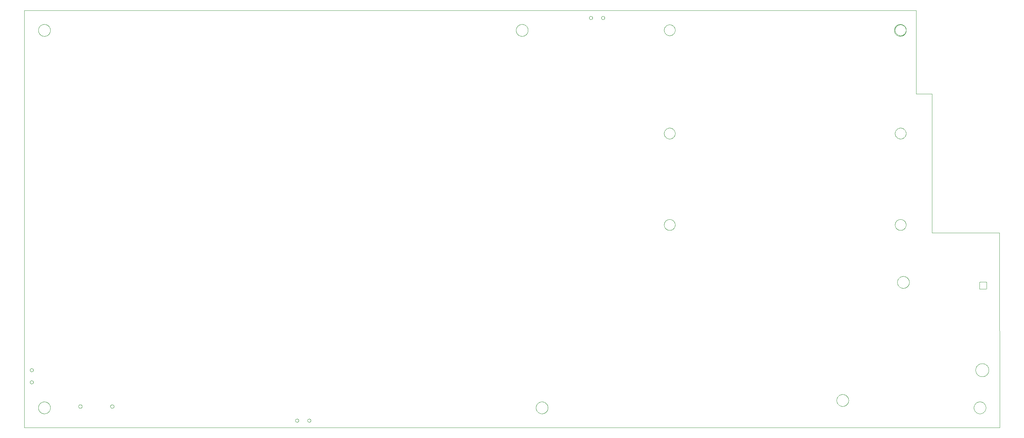
<source format=gbp>
G75*
%MOIN*%
%OFA0B0*%
%FSLAX25Y25*%
%IPPOS*%
%LPD*%
%AMOC8*
5,1,8,0,0,1.08239X$1,22.5*
%
%ADD10C,0.00000*%
%ADD11C,0.00100*%
D10*
X0011835Y0013500D02*
X0011835Y0426886D01*
X0893724Y0426886D01*
X0893724Y0344209D01*
X0909472Y0344209D01*
X0909472Y0206413D01*
X0975921Y0206413D01*
X0976402Y0013500D01*
X0011835Y0013500D01*
X0025614Y0033185D02*
X0025616Y0033338D01*
X0025622Y0033492D01*
X0025632Y0033645D01*
X0025646Y0033797D01*
X0025664Y0033950D01*
X0025686Y0034101D01*
X0025711Y0034252D01*
X0025741Y0034403D01*
X0025775Y0034553D01*
X0025812Y0034701D01*
X0025853Y0034849D01*
X0025898Y0034995D01*
X0025947Y0035141D01*
X0026000Y0035285D01*
X0026056Y0035427D01*
X0026116Y0035568D01*
X0026180Y0035708D01*
X0026247Y0035846D01*
X0026318Y0035982D01*
X0026393Y0036116D01*
X0026470Y0036248D01*
X0026552Y0036378D01*
X0026636Y0036506D01*
X0026724Y0036632D01*
X0026815Y0036755D01*
X0026909Y0036876D01*
X0027007Y0036994D01*
X0027107Y0037110D01*
X0027211Y0037223D01*
X0027317Y0037334D01*
X0027426Y0037442D01*
X0027538Y0037547D01*
X0027652Y0037648D01*
X0027770Y0037747D01*
X0027889Y0037843D01*
X0028011Y0037936D01*
X0028136Y0038025D01*
X0028263Y0038112D01*
X0028392Y0038194D01*
X0028523Y0038274D01*
X0028656Y0038350D01*
X0028791Y0038423D01*
X0028928Y0038492D01*
X0029067Y0038557D01*
X0029207Y0038619D01*
X0029349Y0038677D01*
X0029492Y0038732D01*
X0029637Y0038783D01*
X0029783Y0038830D01*
X0029930Y0038873D01*
X0030078Y0038912D01*
X0030227Y0038948D01*
X0030377Y0038979D01*
X0030528Y0039007D01*
X0030679Y0039031D01*
X0030832Y0039051D01*
X0030984Y0039067D01*
X0031137Y0039079D01*
X0031290Y0039087D01*
X0031443Y0039091D01*
X0031597Y0039091D01*
X0031750Y0039087D01*
X0031903Y0039079D01*
X0032056Y0039067D01*
X0032208Y0039051D01*
X0032361Y0039031D01*
X0032512Y0039007D01*
X0032663Y0038979D01*
X0032813Y0038948D01*
X0032962Y0038912D01*
X0033110Y0038873D01*
X0033257Y0038830D01*
X0033403Y0038783D01*
X0033548Y0038732D01*
X0033691Y0038677D01*
X0033833Y0038619D01*
X0033973Y0038557D01*
X0034112Y0038492D01*
X0034249Y0038423D01*
X0034384Y0038350D01*
X0034517Y0038274D01*
X0034648Y0038194D01*
X0034777Y0038112D01*
X0034904Y0038025D01*
X0035029Y0037936D01*
X0035151Y0037843D01*
X0035270Y0037747D01*
X0035388Y0037648D01*
X0035502Y0037547D01*
X0035614Y0037442D01*
X0035723Y0037334D01*
X0035829Y0037223D01*
X0035933Y0037110D01*
X0036033Y0036994D01*
X0036131Y0036876D01*
X0036225Y0036755D01*
X0036316Y0036632D01*
X0036404Y0036506D01*
X0036488Y0036378D01*
X0036570Y0036248D01*
X0036647Y0036116D01*
X0036722Y0035982D01*
X0036793Y0035846D01*
X0036860Y0035708D01*
X0036924Y0035568D01*
X0036984Y0035427D01*
X0037040Y0035285D01*
X0037093Y0035141D01*
X0037142Y0034995D01*
X0037187Y0034849D01*
X0037228Y0034701D01*
X0037265Y0034553D01*
X0037299Y0034403D01*
X0037329Y0034252D01*
X0037354Y0034101D01*
X0037376Y0033950D01*
X0037394Y0033797D01*
X0037408Y0033645D01*
X0037418Y0033492D01*
X0037424Y0033338D01*
X0037426Y0033185D01*
X0037424Y0033032D01*
X0037418Y0032878D01*
X0037408Y0032725D01*
X0037394Y0032573D01*
X0037376Y0032420D01*
X0037354Y0032269D01*
X0037329Y0032118D01*
X0037299Y0031967D01*
X0037265Y0031817D01*
X0037228Y0031669D01*
X0037187Y0031521D01*
X0037142Y0031375D01*
X0037093Y0031229D01*
X0037040Y0031085D01*
X0036984Y0030943D01*
X0036924Y0030802D01*
X0036860Y0030662D01*
X0036793Y0030524D01*
X0036722Y0030388D01*
X0036647Y0030254D01*
X0036570Y0030122D01*
X0036488Y0029992D01*
X0036404Y0029864D01*
X0036316Y0029738D01*
X0036225Y0029615D01*
X0036131Y0029494D01*
X0036033Y0029376D01*
X0035933Y0029260D01*
X0035829Y0029147D01*
X0035723Y0029036D01*
X0035614Y0028928D01*
X0035502Y0028823D01*
X0035388Y0028722D01*
X0035270Y0028623D01*
X0035151Y0028527D01*
X0035029Y0028434D01*
X0034904Y0028345D01*
X0034777Y0028258D01*
X0034648Y0028176D01*
X0034517Y0028096D01*
X0034384Y0028020D01*
X0034249Y0027947D01*
X0034112Y0027878D01*
X0033973Y0027813D01*
X0033833Y0027751D01*
X0033691Y0027693D01*
X0033548Y0027638D01*
X0033403Y0027587D01*
X0033257Y0027540D01*
X0033110Y0027497D01*
X0032962Y0027458D01*
X0032813Y0027422D01*
X0032663Y0027391D01*
X0032512Y0027363D01*
X0032361Y0027339D01*
X0032208Y0027319D01*
X0032056Y0027303D01*
X0031903Y0027291D01*
X0031750Y0027283D01*
X0031597Y0027279D01*
X0031443Y0027279D01*
X0031290Y0027283D01*
X0031137Y0027291D01*
X0030984Y0027303D01*
X0030832Y0027319D01*
X0030679Y0027339D01*
X0030528Y0027363D01*
X0030377Y0027391D01*
X0030227Y0027422D01*
X0030078Y0027458D01*
X0029930Y0027497D01*
X0029783Y0027540D01*
X0029637Y0027587D01*
X0029492Y0027638D01*
X0029349Y0027693D01*
X0029207Y0027751D01*
X0029067Y0027813D01*
X0028928Y0027878D01*
X0028791Y0027947D01*
X0028656Y0028020D01*
X0028523Y0028096D01*
X0028392Y0028176D01*
X0028263Y0028258D01*
X0028136Y0028345D01*
X0028011Y0028434D01*
X0027889Y0028527D01*
X0027770Y0028623D01*
X0027652Y0028722D01*
X0027538Y0028823D01*
X0027426Y0028928D01*
X0027317Y0029036D01*
X0027211Y0029147D01*
X0027107Y0029260D01*
X0027007Y0029376D01*
X0026909Y0029494D01*
X0026815Y0029615D01*
X0026724Y0029738D01*
X0026636Y0029864D01*
X0026552Y0029992D01*
X0026470Y0030122D01*
X0026393Y0030254D01*
X0026318Y0030388D01*
X0026247Y0030524D01*
X0026180Y0030662D01*
X0026116Y0030802D01*
X0026056Y0030943D01*
X0026000Y0031085D01*
X0025947Y0031229D01*
X0025898Y0031375D01*
X0025853Y0031521D01*
X0025812Y0031669D01*
X0025775Y0031817D01*
X0025741Y0031967D01*
X0025711Y0032118D01*
X0025686Y0032269D01*
X0025664Y0032420D01*
X0025646Y0032573D01*
X0025632Y0032725D01*
X0025622Y0032878D01*
X0025616Y0033032D01*
X0025614Y0033185D01*
X0065334Y0034472D02*
X0065336Y0034556D01*
X0065342Y0034639D01*
X0065352Y0034722D01*
X0065366Y0034805D01*
X0065383Y0034887D01*
X0065405Y0034968D01*
X0065430Y0035047D01*
X0065459Y0035126D01*
X0065492Y0035203D01*
X0065528Y0035278D01*
X0065568Y0035352D01*
X0065611Y0035424D01*
X0065658Y0035493D01*
X0065708Y0035560D01*
X0065761Y0035625D01*
X0065817Y0035687D01*
X0065875Y0035747D01*
X0065937Y0035804D01*
X0066001Y0035857D01*
X0066068Y0035908D01*
X0066137Y0035955D01*
X0066208Y0036000D01*
X0066281Y0036040D01*
X0066356Y0036077D01*
X0066433Y0036111D01*
X0066511Y0036141D01*
X0066590Y0036167D01*
X0066671Y0036190D01*
X0066753Y0036208D01*
X0066835Y0036223D01*
X0066918Y0036234D01*
X0067001Y0036241D01*
X0067085Y0036244D01*
X0067169Y0036243D01*
X0067252Y0036238D01*
X0067336Y0036229D01*
X0067418Y0036216D01*
X0067500Y0036200D01*
X0067581Y0036179D01*
X0067662Y0036155D01*
X0067740Y0036127D01*
X0067818Y0036095D01*
X0067894Y0036059D01*
X0067968Y0036020D01*
X0068040Y0035978D01*
X0068110Y0035932D01*
X0068178Y0035883D01*
X0068243Y0035831D01*
X0068306Y0035776D01*
X0068366Y0035718D01*
X0068424Y0035657D01*
X0068478Y0035593D01*
X0068530Y0035527D01*
X0068578Y0035459D01*
X0068623Y0035388D01*
X0068664Y0035315D01*
X0068703Y0035241D01*
X0068737Y0035165D01*
X0068768Y0035087D01*
X0068795Y0035008D01*
X0068819Y0034927D01*
X0068838Y0034846D01*
X0068854Y0034764D01*
X0068866Y0034681D01*
X0068874Y0034597D01*
X0068878Y0034514D01*
X0068878Y0034430D01*
X0068874Y0034347D01*
X0068866Y0034263D01*
X0068854Y0034180D01*
X0068838Y0034098D01*
X0068819Y0034017D01*
X0068795Y0033936D01*
X0068768Y0033857D01*
X0068737Y0033779D01*
X0068703Y0033703D01*
X0068664Y0033629D01*
X0068623Y0033556D01*
X0068578Y0033485D01*
X0068530Y0033417D01*
X0068478Y0033351D01*
X0068424Y0033287D01*
X0068366Y0033226D01*
X0068306Y0033168D01*
X0068243Y0033113D01*
X0068178Y0033061D01*
X0068110Y0033012D01*
X0068040Y0032966D01*
X0067968Y0032924D01*
X0067894Y0032885D01*
X0067818Y0032849D01*
X0067740Y0032817D01*
X0067662Y0032789D01*
X0067581Y0032765D01*
X0067500Y0032744D01*
X0067418Y0032728D01*
X0067336Y0032715D01*
X0067252Y0032706D01*
X0067169Y0032701D01*
X0067085Y0032700D01*
X0067001Y0032703D01*
X0066918Y0032710D01*
X0066835Y0032721D01*
X0066753Y0032736D01*
X0066671Y0032754D01*
X0066590Y0032777D01*
X0066511Y0032803D01*
X0066433Y0032833D01*
X0066356Y0032867D01*
X0066281Y0032904D01*
X0066208Y0032944D01*
X0066137Y0032989D01*
X0066068Y0033036D01*
X0066001Y0033087D01*
X0065937Y0033140D01*
X0065875Y0033197D01*
X0065817Y0033257D01*
X0065761Y0033319D01*
X0065708Y0033384D01*
X0065658Y0033451D01*
X0065611Y0033520D01*
X0065568Y0033592D01*
X0065528Y0033666D01*
X0065492Y0033741D01*
X0065459Y0033818D01*
X0065430Y0033897D01*
X0065405Y0033976D01*
X0065383Y0034057D01*
X0065366Y0034139D01*
X0065352Y0034222D01*
X0065342Y0034305D01*
X0065336Y0034388D01*
X0065334Y0034472D01*
X0096830Y0034472D02*
X0096832Y0034556D01*
X0096838Y0034639D01*
X0096848Y0034722D01*
X0096862Y0034805D01*
X0096879Y0034887D01*
X0096901Y0034968D01*
X0096926Y0035047D01*
X0096955Y0035126D01*
X0096988Y0035203D01*
X0097024Y0035278D01*
X0097064Y0035352D01*
X0097107Y0035424D01*
X0097154Y0035493D01*
X0097204Y0035560D01*
X0097257Y0035625D01*
X0097313Y0035687D01*
X0097371Y0035747D01*
X0097433Y0035804D01*
X0097497Y0035857D01*
X0097564Y0035908D01*
X0097633Y0035955D01*
X0097704Y0036000D01*
X0097777Y0036040D01*
X0097852Y0036077D01*
X0097929Y0036111D01*
X0098007Y0036141D01*
X0098086Y0036167D01*
X0098167Y0036190D01*
X0098249Y0036208D01*
X0098331Y0036223D01*
X0098414Y0036234D01*
X0098497Y0036241D01*
X0098581Y0036244D01*
X0098665Y0036243D01*
X0098748Y0036238D01*
X0098832Y0036229D01*
X0098914Y0036216D01*
X0098996Y0036200D01*
X0099077Y0036179D01*
X0099158Y0036155D01*
X0099236Y0036127D01*
X0099314Y0036095D01*
X0099390Y0036059D01*
X0099464Y0036020D01*
X0099536Y0035978D01*
X0099606Y0035932D01*
X0099674Y0035883D01*
X0099739Y0035831D01*
X0099802Y0035776D01*
X0099862Y0035718D01*
X0099920Y0035657D01*
X0099974Y0035593D01*
X0100026Y0035527D01*
X0100074Y0035459D01*
X0100119Y0035388D01*
X0100160Y0035315D01*
X0100199Y0035241D01*
X0100233Y0035165D01*
X0100264Y0035087D01*
X0100291Y0035008D01*
X0100315Y0034927D01*
X0100334Y0034846D01*
X0100350Y0034764D01*
X0100362Y0034681D01*
X0100370Y0034597D01*
X0100374Y0034514D01*
X0100374Y0034430D01*
X0100370Y0034347D01*
X0100362Y0034263D01*
X0100350Y0034180D01*
X0100334Y0034098D01*
X0100315Y0034017D01*
X0100291Y0033936D01*
X0100264Y0033857D01*
X0100233Y0033779D01*
X0100199Y0033703D01*
X0100160Y0033629D01*
X0100119Y0033556D01*
X0100074Y0033485D01*
X0100026Y0033417D01*
X0099974Y0033351D01*
X0099920Y0033287D01*
X0099862Y0033226D01*
X0099802Y0033168D01*
X0099739Y0033113D01*
X0099674Y0033061D01*
X0099606Y0033012D01*
X0099536Y0032966D01*
X0099464Y0032924D01*
X0099390Y0032885D01*
X0099314Y0032849D01*
X0099236Y0032817D01*
X0099158Y0032789D01*
X0099077Y0032765D01*
X0098996Y0032744D01*
X0098914Y0032728D01*
X0098832Y0032715D01*
X0098748Y0032706D01*
X0098665Y0032701D01*
X0098581Y0032700D01*
X0098497Y0032703D01*
X0098414Y0032710D01*
X0098331Y0032721D01*
X0098249Y0032736D01*
X0098167Y0032754D01*
X0098086Y0032777D01*
X0098007Y0032803D01*
X0097929Y0032833D01*
X0097852Y0032867D01*
X0097777Y0032904D01*
X0097704Y0032944D01*
X0097633Y0032989D01*
X0097564Y0033036D01*
X0097497Y0033087D01*
X0097433Y0033140D01*
X0097371Y0033197D01*
X0097313Y0033257D01*
X0097257Y0033319D01*
X0097204Y0033384D01*
X0097154Y0033451D01*
X0097107Y0033520D01*
X0097064Y0033592D01*
X0097024Y0033666D01*
X0096988Y0033741D01*
X0096955Y0033818D01*
X0096926Y0033897D01*
X0096901Y0033976D01*
X0096879Y0034057D01*
X0096862Y0034139D01*
X0096848Y0034222D01*
X0096838Y0034305D01*
X0096832Y0034388D01*
X0096830Y0034472D01*
X0017400Y0058500D02*
X0017402Y0058580D01*
X0017408Y0058659D01*
X0017418Y0058738D01*
X0017432Y0058817D01*
X0017449Y0058895D01*
X0017471Y0058972D01*
X0017496Y0059047D01*
X0017526Y0059121D01*
X0017558Y0059194D01*
X0017595Y0059265D01*
X0017635Y0059334D01*
X0017678Y0059401D01*
X0017725Y0059466D01*
X0017774Y0059528D01*
X0017827Y0059588D01*
X0017883Y0059645D01*
X0017941Y0059700D01*
X0018002Y0059751D01*
X0018066Y0059799D01*
X0018132Y0059844D01*
X0018200Y0059886D01*
X0018270Y0059924D01*
X0018342Y0059958D01*
X0018415Y0059989D01*
X0018490Y0060017D01*
X0018567Y0060040D01*
X0018644Y0060060D01*
X0018722Y0060076D01*
X0018801Y0060088D01*
X0018880Y0060096D01*
X0018960Y0060100D01*
X0019040Y0060100D01*
X0019120Y0060096D01*
X0019199Y0060088D01*
X0019278Y0060076D01*
X0019356Y0060060D01*
X0019433Y0060040D01*
X0019510Y0060017D01*
X0019585Y0059989D01*
X0019658Y0059958D01*
X0019730Y0059924D01*
X0019800Y0059886D01*
X0019868Y0059844D01*
X0019934Y0059799D01*
X0019998Y0059751D01*
X0020059Y0059700D01*
X0020117Y0059645D01*
X0020173Y0059588D01*
X0020226Y0059528D01*
X0020275Y0059466D01*
X0020322Y0059401D01*
X0020365Y0059334D01*
X0020405Y0059265D01*
X0020442Y0059194D01*
X0020474Y0059121D01*
X0020504Y0059047D01*
X0020529Y0058972D01*
X0020551Y0058895D01*
X0020568Y0058817D01*
X0020582Y0058738D01*
X0020592Y0058659D01*
X0020598Y0058580D01*
X0020600Y0058500D01*
X0020598Y0058420D01*
X0020592Y0058341D01*
X0020582Y0058262D01*
X0020568Y0058183D01*
X0020551Y0058105D01*
X0020529Y0058028D01*
X0020504Y0057953D01*
X0020474Y0057879D01*
X0020442Y0057806D01*
X0020405Y0057735D01*
X0020365Y0057666D01*
X0020322Y0057599D01*
X0020275Y0057534D01*
X0020226Y0057472D01*
X0020173Y0057412D01*
X0020117Y0057355D01*
X0020059Y0057300D01*
X0019998Y0057249D01*
X0019934Y0057201D01*
X0019868Y0057156D01*
X0019800Y0057114D01*
X0019730Y0057076D01*
X0019658Y0057042D01*
X0019585Y0057011D01*
X0019510Y0056983D01*
X0019433Y0056960D01*
X0019356Y0056940D01*
X0019278Y0056924D01*
X0019199Y0056912D01*
X0019120Y0056904D01*
X0019040Y0056900D01*
X0018960Y0056900D01*
X0018880Y0056904D01*
X0018801Y0056912D01*
X0018722Y0056924D01*
X0018644Y0056940D01*
X0018567Y0056960D01*
X0018490Y0056983D01*
X0018415Y0057011D01*
X0018342Y0057042D01*
X0018270Y0057076D01*
X0018200Y0057114D01*
X0018132Y0057156D01*
X0018066Y0057201D01*
X0018002Y0057249D01*
X0017941Y0057300D01*
X0017883Y0057355D01*
X0017827Y0057412D01*
X0017774Y0057472D01*
X0017725Y0057534D01*
X0017678Y0057599D01*
X0017635Y0057666D01*
X0017595Y0057735D01*
X0017558Y0057806D01*
X0017526Y0057879D01*
X0017496Y0057953D01*
X0017471Y0058028D01*
X0017449Y0058105D01*
X0017432Y0058183D01*
X0017418Y0058262D01*
X0017408Y0058341D01*
X0017402Y0058420D01*
X0017400Y0058500D01*
X0017400Y0070500D02*
X0017402Y0070580D01*
X0017408Y0070659D01*
X0017418Y0070738D01*
X0017432Y0070817D01*
X0017449Y0070895D01*
X0017471Y0070972D01*
X0017496Y0071047D01*
X0017526Y0071121D01*
X0017558Y0071194D01*
X0017595Y0071265D01*
X0017635Y0071334D01*
X0017678Y0071401D01*
X0017725Y0071466D01*
X0017774Y0071528D01*
X0017827Y0071588D01*
X0017883Y0071645D01*
X0017941Y0071700D01*
X0018002Y0071751D01*
X0018066Y0071799D01*
X0018132Y0071844D01*
X0018200Y0071886D01*
X0018270Y0071924D01*
X0018342Y0071958D01*
X0018415Y0071989D01*
X0018490Y0072017D01*
X0018567Y0072040D01*
X0018644Y0072060D01*
X0018722Y0072076D01*
X0018801Y0072088D01*
X0018880Y0072096D01*
X0018960Y0072100D01*
X0019040Y0072100D01*
X0019120Y0072096D01*
X0019199Y0072088D01*
X0019278Y0072076D01*
X0019356Y0072060D01*
X0019433Y0072040D01*
X0019510Y0072017D01*
X0019585Y0071989D01*
X0019658Y0071958D01*
X0019730Y0071924D01*
X0019800Y0071886D01*
X0019868Y0071844D01*
X0019934Y0071799D01*
X0019998Y0071751D01*
X0020059Y0071700D01*
X0020117Y0071645D01*
X0020173Y0071588D01*
X0020226Y0071528D01*
X0020275Y0071466D01*
X0020322Y0071401D01*
X0020365Y0071334D01*
X0020405Y0071265D01*
X0020442Y0071194D01*
X0020474Y0071121D01*
X0020504Y0071047D01*
X0020529Y0070972D01*
X0020551Y0070895D01*
X0020568Y0070817D01*
X0020582Y0070738D01*
X0020592Y0070659D01*
X0020598Y0070580D01*
X0020600Y0070500D01*
X0020598Y0070420D01*
X0020592Y0070341D01*
X0020582Y0070262D01*
X0020568Y0070183D01*
X0020551Y0070105D01*
X0020529Y0070028D01*
X0020504Y0069953D01*
X0020474Y0069879D01*
X0020442Y0069806D01*
X0020405Y0069735D01*
X0020365Y0069666D01*
X0020322Y0069599D01*
X0020275Y0069534D01*
X0020226Y0069472D01*
X0020173Y0069412D01*
X0020117Y0069355D01*
X0020059Y0069300D01*
X0019998Y0069249D01*
X0019934Y0069201D01*
X0019868Y0069156D01*
X0019800Y0069114D01*
X0019730Y0069076D01*
X0019658Y0069042D01*
X0019585Y0069011D01*
X0019510Y0068983D01*
X0019433Y0068960D01*
X0019356Y0068940D01*
X0019278Y0068924D01*
X0019199Y0068912D01*
X0019120Y0068904D01*
X0019040Y0068900D01*
X0018960Y0068900D01*
X0018880Y0068904D01*
X0018801Y0068912D01*
X0018722Y0068924D01*
X0018644Y0068940D01*
X0018567Y0068960D01*
X0018490Y0068983D01*
X0018415Y0069011D01*
X0018342Y0069042D01*
X0018270Y0069076D01*
X0018200Y0069114D01*
X0018132Y0069156D01*
X0018066Y0069201D01*
X0018002Y0069249D01*
X0017941Y0069300D01*
X0017883Y0069355D01*
X0017827Y0069412D01*
X0017774Y0069472D01*
X0017725Y0069534D01*
X0017678Y0069599D01*
X0017635Y0069666D01*
X0017595Y0069735D01*
X0017558Y0069806D01*
X0017526Y0069879D01*
X0017496Y0069953D01*
X0017471Y0070028D01*
X0017449Y0070105D01*
X0017432Y0070183D01*
X0017418Y0070262D01*
X0017408Y0070341D01*
X0017402Y0070420D01*
X0017400Y0070500D01*
X0279800Y0020500D02*
X0279802Y0020580D01*
X0279808Y0020659D01*
X0279818Y0020738D01*
X0279832Y0020817D01*
X0279849Y0020895D01*
X0279871Y0020972D01*
X0279896Y0021047D01*
X0279926Y0021121D01*
X0279958Y0021194D01*
X0279995Y0021265D01*
X0280035Y0021334D01*
X0280078Y0021401D01*
X0280125Y0021466D01*
X0280174Y0021528D01*
X0280227Y0021588D01*
X0280283Y0021645D01*
X0280341Y0021700D01*
X0280402Y0021751D01*
X0280466Y0021799D01*
X0280532Y0021844D01*
X0280600Y0021886D01*
X0280670Y0021924D01*
X0280742Y0021958D01*
X0280815Y0021989D01*
X0280890Y0022017D01*
X0280967Y0022040D01*
X0281044Y0022060D01*
X0281122Y0022076D01*
X0281201Y0022088D01*
X0281280Y0022096D01*
X0281360Y0022100D01*
X0281440Y0022100D01*
X0281520Y0022096D01*
X0281599Y0022088D01*
X0281678Y0022076D01*
X0281756Y0022060D01*
X0281833Y0022040D01*
X0281910Y0022017D01*
X0281985Y0021989D01*
X0282058Y0021958D01*
X0282130Y0021924D01*
X0282200Y0021886D01*
X0282268Y0021844D01*
X0282334Y0021799D01*
X0282398Y0021751D01*
X0282459Y0021700D01*
X0282517Y0021645D01*
X0282573Y0021588D01*
X0282626Y0021528D01*
X0282675Y0021466D01*
X0282722Y0021401D01*
X0282765Y0021334D01*
X0282805Y0021265D01*
X0282842Y0021194D01*
X0282874Y0021121D01*
X0282904Y0021047D01*
X0282929Y0020972D01*
X0282951Y0020895D01*
X0282968Y0020817D01*
X0282982Y0020738D01*
X0282992Y0020659D01*
X0282998Y0020580D01*
X0283000Y0020500D01*
X0282998Y0020420D01*
X0282992Y0020341D01*
X0282982Y0020262D01*
X0282968Y0020183D01*
X0282951Y0020105D01*
X0282929Y0020028D01*
X0282904Y0019953D01*
X0282874Y0019879D01*
X0282842Y0019806D01*
X0282805Y0019735D01*
X0282765Y0019666D01*
X0282722Y0019599D01*
X0282675Y0019534D01*
X0282626Y0019472D01*
X0282573Y0019412D01*
X0282517Y0019355D01*
X0282459Y0019300D01*
X0282398Y0019249D01*
X0282334Y0019201D01*
X0282268Y0019156D01*
X0282200Y0019114D01*
X0282130Y0019076D01*
X0282058Y0019042D01*
X0281985Y0019011D01*
X0281910Y0018983D01*
X0281833Y0018960D01*
X0281756Y0018940D01*
X0281678Y0018924D01*
X0281599Y0018912D01*
X0281520Y0018904D01*
X0281440Y0018900D01*
X0281360Y0018900D01*
X0281280Y0018904D01*
X0281201Y0018912D01*
X0281122Y0018924D01*
X0281044Y0018940D01*
X0280967Y0018960D01*
X0280890Y0018983D01*
X0280815Y0019011D01*
X0280742Y0019042D01*
X0280670Y0019076D01*
X0280600Y0019114D01*
X0280532Y0019156D01*
X0280466Y0019201D01*
X0280402Y0019249D01*
X0280341Y0019300D01*
X0280283Y0019355D01*
X0280227Y0019412D01*
X0280174Y0019472D01*
X0280125Y0019534D01*
X0280078Y0019599D01*
X0280035Y0019666D01*
X0279995Y0019735D01*
X0279958Y0019806D01*
X0279926Y0019879D01*
X0279896Y0019953D01*
X0279871Y0020028D01*
X0279849Y0020105D01*
X0279832Y0020183D01*
X0279818Y0020262D01*
X0279808Y0020341D01*
X0279802Y0020420D01*
X0279800Y0020500D01*
X0291800Y0020500D02*
X0291802Y0020580D01*
X0291808Y0020659D01*
X0291818Y0020738D01*
X0291832Y0020817D01*
X0291849Y0020895D01*
X0291871Y0020972D01*
X0291896Y0021047D01*
X0291926Y0021121D01*
X0291958Y0021194D01*
X0291995Y0021265D01*
X0292035Y0021334D01*
X0292078Y0021401D01*
X0292125Y0021466D01*
X0292174Y0021528D01*
X0292227Y0021588D01*
X0292283Y0021645D01*
X0292341Y0021700D01*
X0292402Y0021751D01*
X0292466Y0021799D01*
X0292532Y0021844D01*
X0292600Y0021886D01*
X0292670Y0021924D01*
X0292742Y0021958D01*
X0292815Y0021989D01*
X0292890Y0022017D01*
X0292967Y0022040D01*
X0293044Y0022060D01*
X0293122Y0022076D01*
X0293201Y0022088D01*
X0293280Y0022096D01*
X0293360Y0022100D01*
X0293440Y0022100D01*
X0293520Y0022096D01*
X0293599Y0022088D01*
X0293678Y0022076D01*
X0293756Y0022060D01*
X0293833Y0022040D01*
X0293910Y0022017D01*
X0293985Y0021989D01*
X0294058Y0021958D01*
X0294130Y0021924D01*
X0294200Y0021886D01*
X0294268Y0021844D01*
X0294334Y0021799D01*
X0294398Y0021751D01*
X0294459Y0021700D01*
X0294517Y0021645D01*
X0294573Y0021588D01*
X0294626Y0021528D01*
X0294675Y0021466D01*
X0294722Y0021401D01*
X0294765Y0021334D01*
X0294805Y0021265D01*
X0294842Y0021194D01*
X0294874Y0021121D01*
X0294904Y0021047D01*
X0294929Y0020972D01*
X0294951Y0020895D01*
X0294968Y0020817D01*
X0294982Y0020738D01*
X0294992Y0020659D01*
X0294998Y0020580D01*
X0295000Y0020500D01*
X0294998Y0020420D01*
X0294992Y0020341D01*
X0294982Y0020262D01*
X0294968Y0020183D01*
X0294951Y0020105D01*
X0294929Y0020028D01*
X0294904Y0019953D01*
X0294874Y0019879D01*
X0294842Y0019806D01*
X0294805Y0019735D01*
X0294765Y0019666D01*
X0294722Y0019599D01*
X0294675Y0019534D01*
X0294626Y0019472D01*
X0294573Y0019412D01*
X0294517Y0019355D01*
X0294459Y0019300D01*
X0294398Y0019249D01*
X0294334Y0019201D01*
X0294268Y0019156D01*
X0294200Y0019114D01*
X0294130Y0019076D01*
X0294058Y0019042D01*
X0293985Y0019011D01*
X0293910Y0018983D01*
X0293833Y0018960D01*
X0293756Y0018940D01*
X0293678Y0018924D01*
X0293599Y0018912D01*
X0293520Y0018904D01*
X0293440Y0018900D01*
X0293360Y0018900D01*
X0293280Y0018904D01*
X0293201Y0018912D01*
X0293122Y0018924D01*
X0293044Y0018940D01*
X0292967Y0018960D01*
X0292890Y0018983D01*
X0292815Y0019011D01*
X0292742Y0019042D01*
X0292670Y0019076D01*
X0292600Y0019114D01*
X0292532Y0019156D01*
X0292466Y0019201D01*
X0292402Y0019249D01*
X0292341Y0019300D01*
X0292283Y0019355D01*
X0292227Y0019412D01*
X0292174Y0019472D01*
X0292125Y0019534D01*
X0292078Y0019599D01*
X0292035Y0019666D01*
X0291995Y0019735D01*
X0291958Y0019806D01*
X0291926Y0019879D01*
X0291896Y0019953D01*
X0291871Y0020028D01*
X0291849Y0020105D01*
X0291832Y0020183D01*
X0291818Y0020262D01*
X0291808Y0020341D01*
X0291802Y0020420D01*
X0291800Y0020500D01*
X0517740Y0033185D02*
X0517742Y0033338D01*
X0517748Y0033492D01*
X0517758Y0033645D01*
X0517772Y0033797D01*
X0517790Y0033950D01*
X0517812Y0034101D01*
X0517837Y0034252D01*
X0517867Y0034403D01*
X0517901Y0034553D01*
X0517938Y0034701D01*
X0517979Y0034849D01*
X0518024Y0034995D01*
X0518073Y0035141D01*
X0518126Y0035285D01*
X0518182Y0035427D01*
X0518242Y0035568D01*
X0518306Y0035708D01*
X0518373Y0035846D01*
X0518444Y0035982D01*
X0518519Y0036116D01*
X0518596Y0036248D01*
X0518678Y0036378D01*
X0518762Y0036506D01*
X0518850Y0036632D01*
X0518941Y0036755D01*
X0519035Y0036876D01*
X0519133Y0036994D01*
X0519233Y0037110D01*
X0519337Y0037223D01*
X0519443Y0037334D01*
X0519552Y0037442D01*
X0519664Y0037547D01*
X0519778Y0037648D01*
X0519896Y0037747D01*
X0520015Y0037843D01*
X0520137Y0037936D01*
X0520262Y0038025D01*
X0520389Y0038112D01*
X0520518Y0038194D01*
X0520649Y0038274D01*
X0520782Y0038350D01*
X0520917Y0038423D01*
X0521054Y0038492D01*
X0521193Y0038557D01*
X0521333Y0038619D01*
X0521475Y0038677D01*
X0521618Y0038732D01*
X0521763Y0038783D01*
X0521909Y0038830D01*
X0522056Y0038873D01*
X0522204Y0038912D01*
X0522353Y0038948D01*
X0522503Y0038979D01*
X0522654Y0039007D01*
X0522805Y0039031D01*
X0522958Y0039051D01*
X0523110Y0039067D01*
X0523263Y0039079D01*
X0523416Y0039087D01*
X0523569Y0039091D01*
X0523723Y0039091D01*
X0523876Y0039087D01*
X0524029Y0039079D01*
X0524182Y0039067D01*
X0524334Y0039051D01*
X0524487Y0039031D01*
X0524638Y0039007D01*
X0524789Y0038979D01*
X0524939Y0038948D01*
X0525088Y0038912D01*
X0525236Y0038873D01*
X0525383Y0038830D01*
X0525529Y0038783D01*
X0525674Y0038732D01*
X0525817Y0038677D01*
X0525959Y0038619D01*
X0526099Y0038557D01*
X0526238Y0038492D01*
X0526375Y0038423D01*
X0526510Y0038350D01*
X0526643Y0038274D01*
X0526774Y0038194D01*
X0526903Y0038112D01*
X0527030Y0038025D01*
X0527155Y0037936D01*
X0527277Y0037843D01*
X0527396Y0037747D01*
X0527514Y0037648D01*
X0527628Y0037547D01*
X0527740Y0037442D01*
X0527849Y0037334D01*
X0527955Y0037223D01*
X0528059Y0037110D01*
X0528159Y0036994D01*
X0528257Y0036876D01*
X0528351Y0036755D01*
X0528442Y0036632D01*
X0528530Y0036506D01*
X0528614Y0036378D01*
X0528696Y0036248D01*
X0528773Y0036116D01*
X0528848Y0035982D01*
X0528919Y0035846D01*
X0528986Y0035708D01*
X0529050Y0035568D01*
X0529110Y0035427D01*
X0529166Y0035285D01*
X0529219Y0035141D01*
X0529268Y0034995D01*
X0529313Y0034849D01*
X0529354Y0034701D01*
X0529391Y0034553D01*
X0529425Y0034403D01*
X0529455Y0034252D01*
X0529480Y0034101D01*
X0529502Y0033950D01*
X0529520Y0033797D01*
X0529534Y0033645D01*
X0529544Y0033492D01*
X0529550Y0033338D01*
X0529552Y0033185D01*
X0529550Y0033032D01*
X0529544Y0032878D01*
X0529534Y0032725D01*
X0529520Y0032573D01*
X0529502Y0032420D01*
X0529480Y0032269D01*
X0529455Y0032118D01*
X0529425Y0031967D01*
X0529391Y0031817D01*
X0529354Y0031669D01*
X0529313Y0031521D01*
X0529268Y0031375D01*
X0529219Y0031229D01*
X0529166Y0031085D01*
X0529110Y0030943D01*
X0529050Y0030802D01*
X0528986Y0030662D01*
X0528919Y0030524D01*
X0528848Y0030388D01*
X0528773Y0030254D01*
X0528696Y0030122D01*
X0528614Y0029992D01*
X0528530Y0029864D01*
X0528442Y0029738D01*
X0528351Y0029615D01*
X0528257Y0029494D01*
X0528159Y0029376D01*
X0528059Y0029260D01*
X0527955Y0029147D01*
X0527849Y0029036D01*
X0527740Y0028928D01*
X0527628Y0028823D01*
X0527514Y0028722D01*
X0527396Y0028623D01*
X0527277Y0028527D01*
X0527155Y0028434D01*
X0527030Y0028345D01*
X0526903Y0028258D01*
X0526774Y0028176D01*
X0526643Y0028096D01*
X0526510Y0028020D01*
X0526375Y0027947D01*
X0526238Y0027878D01*
X0526099Y0027813D01*
X0525959Y0027751D01*
X0525817Y0027693D01*
X0525674Y0027638D01*
X0525529Y0027587D01*
X0525383Y0027540D01*
X0525236Y0027497D01*
X0525088Y0027458D01*
X0524939Y0027422D01*
X0524789Y0027391D01*
X0524638Y0027363D01*
X0524487Y0027339D01*
X0524334Y0027319D01*
X0524182Y0027303D01*
X0524029Y0027291D01*
X0523876Y0027283D01*
X0523723Y0027279D01*
X0523569Y0027279D01*
X0523416Y0027283D01*
X0523263Y0027291D01*
X0523110Y0027303D01*
X0522958Y0027319D01*
X0522805Y0027339D01*
X0522654Y0027363D01*
X0522503Y0027391D01*
X0522353Y0027422D01*
X0522204Y0027458D01*
X0522056Y0027497D01*
X0521909Y0027540D01*
X0521763Y0027587D01*
X0521618Y0027638D01*
X0521475Y0027693D01*
X0521333Y0027751D01*
X0521193Y0027813D01*
X0521054Y0027878D01*
X0520917Y0027947D01*
X0520782Y0028020D01*
X0520649Y0028096D01*
X0520518Y0028176D01*
X0520389Y0028258D01*
X0520262Y0028345D01*
X0520137Y0028434D01*
X0520015Y0028527D01*
X0519896Y0028623D01*
X0519778Y0028722D01*
X0519664Y0028823D01*
X0519552Y0028928D01*
X0519443Y0029036D01*
X0519337Y0029147D01*
X0519233Y0029260D01*
X0519133Y0029376D01*
X0519035Y0029494D01*
X0518941Y0029615D01*
X0518850Y0029738D01*
X0518762Y0029864D01*
X0518678Y0029992D01*
X0518596Y0030122D01*
X0518519Y0030254D01*
X0518444Y0030388D01*
X0518373Y0030524D01*
X0518306Y0030662D01*
X0518242Y0030802D01*
X0518182Y0030943D01*
X0518126Y0031085D01*
X0518073Y0031229D01*
X0518024Y0031375D01*
X0517979Y0031521D01*
X0517938Y0031669D01*
X0517901Y0031817D01*
X0517867Y0031967D01*
X0517837Y0032118D01*
X0517812Y0032269D01*
X0517790Y0032420D01*
X0517772Y0032573D01*
X0517758Y0032725D01*
X0517748Y0032878D01*
X0517742Y0033032D01*
X0517740Y0033185D01*
X0815094Y0040500D02*
X0815096Y0040653D01*
X0815102Y0040807D01*
X0815112Y0040960D01*
X0815126Y0041112D01*
X0815144Y0041265D01*
X0815166Y0041416D01*
X0815191Y0041567D01*
X0815221Y0041718D01*
X0815255Y0041868D01*
X0815292Y0042016D01*
X0815333Y0042164D01*
X0815378Y0042310D01*
X0815427Y0042456D01*
X0815480Y0042600D01*
X0815536Y0042742D01*
X0815596Y0042883D01*
X0815660Y0043023D01*
X0815727Y0043161D01*
X0815798Y0043297D01*
X0815873Y0043431D01*
X0815950Y0043563D01*
X0816032Y0043693D01*
X0816116Y0043821D01*
X0816204Y0043947D01*
X0816295Y0044070D01*
X0816389Y0044191D01*
X0816487Y0044309D01*
X0816587Y0044425D01*
X0816691Y0044538D01*
X0816797Y0044649D01*
X0816906Y0044757D01*
X0817018Y0044862D01*
X0817132Y0044963D01*
X0817250Y0045062D01*
X0817369Y0045158D01*
X0817491Y0045251D01*
X0817616Y0045340D01*
X0817743Y0045427D01*
X0817872Y0045509D01*
X0818003Y0045589D01*
X0818136Y0045665D01*
X0818271Y0045738D01*
X0818408Y0045807D01*
X0818547Y0045872D01*
X0818687Y0045934D01*
X0818829Y0045992D01*
X0818972Y0046047D01*
X0819117Y0046098D01*
X0819263Y0046145D01*
X0819410Y0046188D01*
X0819558Y0046227D01*
X0819707Y0046263D01*
X0819857Y0046294D01*
X0820008Y0046322D01*
X0820159Y0046346D01*
X0820312Y0046366D01*
X0820464Y0046382D01*
X0820617Y0046394D01*
X0820770Y0046402D01*
X0820923Y0046406D01*
X0821077Y0046406D01*
X0821230Y0046402D01*
X0821383Y0046394D01*
X0821536Y0046382D01*
X0821688Y0046366D01*
X0821841Y0046346D01*
X0821992Y0046322D01*
X0822143Y0046294D01*
X0822293Y0046263D01*
X0822442Y0046227D01*
X0822590Y0046188D01*
X0822737Y0046145D01*
X0822883Y0046098D01*
X0823028Y0046047D01*
X0823171Y0045992D01*
X0823313Y0045934D01*
X0823453Y0045872D01*
X0823592Y0045807D01*
X0823729Y0045738D01*
X0823864Y0045665D01*
X0823997Y0045589D01*
X0824128Y0045509D01*
X0824257Y0045427D01*
X0824384Y0045340D01*
X0824509Y0045251D01*
X0824631Y0045158D01*
X0824750Y0045062D01*
X0824868Y0044963D01*
X0824982Y0044862D01*
X0825094Y0044757D01*
X0825203Y0044649D01*
X0825309Y0044538D01*
X0825413Y0044425D01*
X0825513Y0044309D01*
X0825611Y0044191D01*
X0825705Y0044070D01*
X0825796Y0043947D01*
X0825884Y0043821D01*
X0825968Y0043693D01*
X0826050Y0043563D01*
X0826127Y0043431D01*
X0826202Y0043297D01*
X0826273Y0043161D01*
X0826340Y0043023D01*
X0826404Y0042883D01*
X0826464Y0042742D01*
X0826520Y0042600D01*
X0826573Y0042456D01*
X0826622Y0042310D01*
X0826667Y0042164D01*
X0826708Y0042016D01*
X0826745Y0041868D01*
X0826779Y0041718D01*
X0826809Y0041567D01*
X0826834Y0041416D01*
X0826856Y0041265D01*
X0826874Y0041112D01*
X0826888Y0040960D01*
X0826898Y0040807D01*
X0826904Y0040653D01*
X0826906Y0040500D01*
X0826904Y0040347D01*
X0826898Y0040193D01*
X0826888Y0040040D01*
X0826874Y0039888D01*
X0826856Y0039735D01*
X0826834Y0039584D01*
X0826809Y0039433D01*
X0826779Y0039282D01*
X0826745Y0039132D01*
X0826708Y0038984D01*
X0826667Y0038836D01*
X0826622Y0038690D01*
X0826573Y0038544D01*
X0826520Y0038400D01*
X0826464Y0038258D01*
X0826404Y0038117D01*
X0826340Y0037977D01*
X0826273Y0037839D01*
X0826202Y0037703D01*
X0826127Y0037569D01*
X0826050Y0037437D01*
X0825968Y0037307D01*
X0825884Y0037179D01*
X0825796Y0037053D01*
X0825705Y0036930D01*
X0825611Y0036809D01*
X0825513Y0036691D01*
X0825413Y0036575D01*
X0825309Y0036462D01*
X0825203Y0036351D01*
X0825094Y0036243D01*
X0824982Y0036138D01*
X0824868Y0036037D01*
X0824750Y0035938D01*
X0824631Y0035842D01*
X0824509Y0035749D01*
X0824384Y0035660D01*
X0824257Y0035573D01*
X0824128Y0035491D01*
X0823997Y0035411D01*
X0823864Y0035335D01*
X0823729Y0035262D01*
X0823592Y0035193D01*
X0823453Y0035128D01*
X0823313Y0035066D01*
X0823171Y0035008D01*
X0823028Y0034953D01*
X0822883Y0034902D01*
X0822737Y0034855D01*
X0822590Y0034812D01*
X0822442Y0034773D01*
X0822293Y0034737D01*
X0822143Y0034706D01*
X0821992Y0034678D01*
X0821841Y0034654D01*
X0821688Y0034634D01*
X0821536Y0034618D01*
X0821383Y0034606D01*
X0821230Y0034598D01*
X0821077Y0034594D01*
X0820923Y0034594D01*
X0820770Y0034598D01*
X0820617Y0034606D01*
X0820464Y0034618D01*
X0820312Y0034634D01*
X0820159Y0034654D01*
X0820008Y0034678D01*
X0819857Y0034706D01*
X0819707Y0034737D01*
X0819558Y0034773D01*
X0819410Y0034812D01*
X0819263Y0034855D01*
X0819117Y0034902D01*
X0818972Y0034953D01*
X0818829Y0035008D01*
X0818687Y0035066D01*
X0818547Y0035128D01*
X0818408Y0035193D01*
X0818271Y0035262D01*
X0818136Y0035335D01*
X0818003Y0035411D01*
X0817872Y0035491D01*
X0817743Y0035573D01*
X0817616Y0035660D01*
X0817491Y0035749D01*
X0817369Y0035842D01*
X0817250Y0035938D01*
X0817132Y0036037D01*
X0817018Y0036138D01*
X0816906Y0036243D01*
X0816797Y0036351D01*
X0816691Y0036462D01*
X0816587Y0036575D01*
X0816487Y0036691D01*
X0816389Y0036809D01*
X0816295Y0036930D01*
X0816204Y0037053D01*
X0816116Y0037179D01*
X0816032Y0037307D01*
X0815950Y0037437D01*
X0815873Y0037569D01*
X0815798Y0037703D01*
X0815727Y0037839D01*
X0815660Y0037977D01*
X0815596Y0038117D01*
X0815536Y0038258D01*
X0815480Y0038400D01*
X0815427Y0038544D01*
X0815378Y0038690D01*
X0815333Y0038836D01*
X0815292Y0038984D01*
X0815255Y0039132D01*
X0815221Y0039282D01*
X0815191Y0039433D01*
X0815166Y0039584D01*
X0815144Y0039735D01*
X0815126Y0039888D01*
X0815112Y0040040D01*
X0815102Y0040193D01*
X0815096Y0040347D01*
X0815094Y0040500D01*
X0950811Y0033185D02*
X0950813Y0033338D01*
X0950819Y0033492D01*
X0950829Y0033645D01*
X0950843Y0033797D01*
X0950861Y0033950D01*
X0950883Y0034101D01*
X0950908Y0034252D01*
X0950938Y0034403D01*
X0950972Y0034553D01*
X0951009Y0034701D01*
X0951050Y0034849D01*
X0951095Y0034995D01*
X0951144Y0035141D01*
X0951197Y0035285D01*
X0951253Y0035427D01*
X0951313Y0035568D01*
X0951377Y0035708D01*
X0951444Y0035846D01*
X0951515Y0035982D01*
X0951590Y0036116D01*
X0951667Y0036248D01*
X0951749Y0036378D01*
X0951833Y0036506D01*
X0951921Y0036632D01*
X0952012Y0036755D01*
X0952106Y0036876D01*
X0952204Y0036994D01*
X0952304Y0037110D01*
X0952408Y0037223D01*
X0952514Y0037334D01*
X0952623Y0037442D01*
X0952735Y0037547D01*
X0952849Y0037648D01*
X0952967Y0037747D01*
X0953086Y0037843D01*
X0953208Y0037936D01*
X0953333Y0038025D01*
X0953460Y0038112D01*
X0953589Y0038194D01*
X0953720Y0038274D01*
X0953853Y0038350D01*
X0953988Y0038423D01*
X0954125Y0038492D01*
X0954264Y0038557D01*
X0954404Y0038619D01*
X0954546Y0038677D01*
X0954689Y0038732D01*
X0954834Y0038783D01*
X0954980Y0038830D01*
X0955127Y0038873D01*
X0955275Y0038912D01*
X0955424Y0038948D01*
X0955574Y0038979D01*
X0955725Y0039007D01*
X0955876Y0039031D01*
X0956029Y0039051D01*
X0956181Y0039067D01*
X0956334Y0039079D01*
X0956487Y0039087D01*
X0956640Y0039091D01*
X0956794Y0039091D01*
X0956947Y0039087D01*
X0957100Y0039079D01*
X0957253Y0039067D01*
X0957405Y0039051D01*
X0957558Y0039031D01*
X0957709Y0039007D01*
X0957860Y0038979D01*
X0958010Y0038948D01*
X0958159Y0038912D01*
X0958307Y0038873D01*
X0958454Y0038830D01*
X0958600Y0038783D01*
X0958745Y0038732D01*
X0958888Y0038677D01*
X0959030Y0038619D01*
X0959170Y0038557D01*
X0959309Y0038492D01*
X0959446Y0038423D01*
X0959581Y0038350D01*
X0959714Y0038274D01*
X0959845Y0038194D01*
X0959974Y0038112D01*
X0960101Y0038025D01*
X0960226Y0037936D01*
X0960348Y0037843D01*
X0960467Y0037747D01*
X0960585Y0037648D01*
X0960699Y0037547D01*
X0960811Y0037442D01*
X0960920Y0037334D01*
X0961026Y0037223D01*
X0961130Y0037110D01*
X0961230Y0036994D01*
X0961328Y0036876D01*
X0961422Y0036755D01*
X0961513Y0036632D01*
X0961601Y0036506D01*
X0961685Y0036378D01*
X0961767Y0036248D01*
X0961844Y0036116D01*
X0961919Y0035982D01*
X0961990Y0035846D01*
X0962057Y0035708D01*
X0962121Y0035568D01*
X0962181Y0035427D01*
X0962237Y0035285D01*
X0962290Y0035141D01*
X0962339Y0034995D01*
X0962384Y0034849D01*
X0962425Y0034701D01*
X0962462Y0034553D01*
X0962496Y0034403D01*
X0962526Y0034252D01*
X0962551Y0034101D01*
X0962573Y0033950D01*
X0962591Y0033797D01*
X0962605Y0033645D01*
X0962615Y0033492D01*
X0962621Y0033338D01*
X0962623Y0033185D01*
X0962621Y0033032D01*
X0962615Y0032878D01*
X0962605Y0032725D01*
X0962591Y0032573D01*
X0962573Y0032420D01*
X0962551Y0032269D01*
X0962526Y0032118D01*
X0962496Y0031967D01*
X0962462Y0031817D01*
X0962425Y0031669D01*
X0962384Y0031521D01*
X0962339Y0031375D01*
X0962290Y0031229D01*
X0962237Y0031085D01*
X0962181Y0030943D01*
X0962121Y0030802D01*
X0962057Y0030662D01*
X0961990Y0030524D01*
X0961919Y0030388D01*
X0961844Y0030254D01*
X0961767Y0030122D01*
X0961685Y0029992D01*
X0961601Y0029864D01*
X0961513Y0029738D01*
X0961422Y0029615D01*
X0961328Y0029494D01*
X0961230Y0029376D01*
X0961130Y0029260D01*
X0961026Y0029147D01*
X0960920Y0029036D01*
X0960811Y0028928D01*
X0960699Y0028823D01*
X0960585Y0028722D01*
X0960467Y0028623D01*
X0960348Y0028527D01*
X0960226Y0028434D01*
X0960101Y0028345D01*
X0959974Y0028258D01*
X0959845Y0028176D01*
X0959714Y0028096D01*
X0959581Y0028020D01*
X0959446Y0027947D01*
X0959309Y0027878D01*
X0959170Y0027813D01*
X0959030Y0027751D01*
X0958888Y0027693D01*
X0958745Y0027638D01*
X0958600Y0027587D01*
X0958454Y0027540D01*
X0958307Y0027497D01*
X0958159Y0027458D01*
X0958010Y0027422D01*
X0957860Y0027391D01*
X0957709Y0027363D01*
X0957558Y0027339D01*
X0957405Y0027319D01*
X0957253Y0027303D01*
X0957100Y0027291D01*
X0956947Y0027283D01*
X0956794Y0027279D01*
X0956640Y0027279D01*
X0956487Y0027283D01*
X0956334Y0027291D01*
X0956181Y0027303D01*
X0956029Y0027319D01*
X0955876Y0027339D01*
X0955725Y0027363D01*
X0955574Y0027391D01*
X0955424Y0027422D01*
X0955275Y0027458D01*
X0955127Y0027497D01*
X0954980Y0027540D01*
X0954834Y0027587D01*
X0954689Y0027638D01*
X0954546Y0027693D01*
X0954404Y0027751D01*
X0954264Y0027813D01*
X0954125Y0027878D01*
X0953988Y0027947D01*
X0953853Y0028020D01*
X0953720Y0028096D01*
X0953589Y0028176D01*
X0953460Y0028258D01*
X0953333Y0028345D01*
X0953208Y0028434D01*
X0953086Y0028527D01*
X0952967Y0028623D01*
X0952849Y0028722D01*
X0952735Y0028823D01*
X0952623Y0028928D01*
X0952514Y0029036D01*
X0952408Y0029147D01*
X0952304Y0029260D01*
X0952204Y0029376D01*
X0952106Y0029494D01*
X0952012Y0029615D01*
X0951921Y0029738D01*
X0951833Y0029864D01*
X0951749Y0029992D01*
X0951667Y0030122D01*
X0951590Y0030254D01*
X0951515Y0030388D01*
X0951444Y0030524D01*
X0951377Y0030662D01*
X0951313Y0030802D01*
X0951253Y0030943D01*
X0951197Y0031085D01*
X0951144Y0031229D01*
X0951095Y0031375D01*
X0951050Y0031521D01*
X0951009Y0031669D01*
X0950972Y0031817D01*
X0950938Y0031967D01*
X0950908Y0032118D01*
X0950883Y0032269D01*
X0950861Y0032420D01*
X0950843Y0032573D01*
X0950829Y0032725D01*
X0950819Y0032878D01*
X0950813Y0033032D01*
X0950811Y0033185D01*
X0952500Y0070500D02*
X0952502Y0070661D01*
X0952508Y0070821D01*
X0952518Y0070982D01*
X0952532Y0071142D01*
X0952550Y0071302D01*
X0952571Y0071461D01*
X0952597Y0071620D01*
X0952627Y0071778D01*
X0952660Y0071935D01*
X0952698Y0072092D01*
X0952739Y0072247D01*
X0952784Y0072401D01*
X0952833Y0072554D01*
X0952886Y0072706D01*
X0952942Y0072857D01*
X0953003Y0073006D01*
X0953066Y0073154D01*
X0953134Y0073300D01*
X0953205Y0073444D01*
X0953279Y0073586D01*
X0953357Y0073727D01*
X0953439Y0073865D01*
X0953524Y0074002D01*
X0953612Y0074136D01*
X0953704Y0074268D01*
X0953799Y0074398D01*
X0953897Y0074526D01*
X0953998Y0074651D01*
X0954102Y0074773D01*
X0954209Y0074893D01*
X0954319Y0075010D01*
X0954432Y0075125D01*
X0954548Y0075236D01*
X0954667Y0075345D01*
X0954788Y0075450D01*
X0954912Y0075553D01*
X0955038Y0075653D01*
X0955166Y0075749D01*
X0955297Y0075842D01*
X0955431Y0075932D01*
X0955566Y0076019D01*
X0955704Y0076102D01*
X0955843Y0076182D01*
X0955985Y0076258D01*
X0956128Y0076331D01*
X0956273Y0076400D01*
X0956420Y0076466D01*
X0956568Y0076528D01*
X0956718Y0076586D01*
X0956869Y0076641D01*
X0957022Y0076692D01*
X0957176Y0076739D01*
X0957331Y0076782D01*
X0957487Y0076821D01*
X0957643Y0076857D01*
X0957801Y0076888D01*
X0957959Y0076916D01*
X0958118Y0076940D01*
X0958278Y0076960D01*
X0958438Y0076976D01*
X0958598Y0076988D01*
X0958759Y0076996D01*
X0958920Y0077000D01*
X0959080Y0077000D01*
X0959241Y0076996D01*
X0959402Y0076988D01*
X0959562Y0076976D01*
X0959722Y0076960D01*
X0959882Y0076940D01*
X0960041Y0076916D01*
X0960199Y0076888D01*
X0960357Y0076857D01*
X0960513Y0076821D01*
X0960669Y0076782D01*
X0960824Y0076739D01*
X0960978Y0076692D01*
X0961131Y0076641D01*
X0961282Y0076586D01*
X0961432Y0076528D01*
X0961580Y0076466D01*
X0961727Y0076400D01*
X0961872Y0076331D01*
X0962015Y0076258D01*
X0962157Y0076182D01*
X0962296Y0076102D01*
X0962434Y0076019D01*
X0962569Y0075932D01*
X0962703Y0075842D01*
X0962834Y0075749D01*
X0962962Y0075653D01*
X0963088Y0075553D01*
X0963212Y0075450D01*
X0963333Y0075345D01*
X0963452Y0075236D01*
X0963568Y0075125D01*
X0963681Y0075010D01*
X0963791Y0074893D01*
X0963898Y0074773D01*
X0964002Y0074651D01*
X0964103Y0074526D01*
X0964201Y0074398D01*
X0964296Y0074268D01*
X0964388Y0074136D01*
X0964476Y0074002D01*
X0964561Y0073865D01*
X0964643Y0073727D01*
X0964721Y0073586D01*
X0964795Y0073444D01*
X0964866Y0073300D01*
X0964934Y0073154D01*
X0964997Y0073006D01*
X0965058Y0072857D01*
X0965114Y0072706D01*
X0965167Y0072554D01*
X0965216Y0072401D01*
X0965261Y0072247D01*
X0965302Y0072092D01*
X0965340Y0071935D01*
X0965373Y0071778D01*
X0965403Y0071620D01*
X0965429Y0071461D01*
X0965450Y0071302D01*
X0965468Y0071142D01*
X0965482Y0070982D01*
X0965492Y0070821D01*
X0965498Y0070661D01*
X0965500Y0070500D01*
X0965498Y0070339D01*
X0965492Y0070179D01*
X0965482Y0070018D01*
X0965468Y0069858D01*
X0965450Y0069698D01*
X0965429Y0069539D01*
X0965403Y0069380D01*
X0965373Y0069222D01*
X0965340Y0069065D01*
X0965302Y0068908D01*
X0965261Y0068753D01*
X0965216Y0068599D01*
X0965167Y0068446D01*
X0965114Y0068294D01*
X0965058Y0068143D01*
X0964997Y0067994D01*
X0964934Y0067846D01*
X0964866Y0067700D01*
X0964795Y0067556D01*
X0964721Y0067414D01*
X0964643Y0067273D01*
X0964561Y0067135D01*
X0964476Y0066998D01*
X0964388Y0066864D01*
X0964296Y0066732D01*
X0964201Y0066602D01*
X0964103Y0066474D01*
X0964002Y0066349D01*
X0963898Y0066227D01*
X0963791Y0066107D01*
X0963681Y0065990D01*
X0963568Y0065875D01*
X0963452Y0065764D01*
X0963333Y0065655D01*
X0963212Y0065550D01*
X0963088Y0065447D01*
X0962962Y0065347D01*
X0962834Y0065251D01*
X0962703Y0065158D01*
X0962569Y0065068D01*
X0962434Y0064981D01*
X0962296Y0064898D01*
X0962157Y0064818D01*
X0962015Y0064742D01*
X0961872Y0064669D01*
X0961727Y0064600D01*
X0961580Y0064534D01*
X0961432Y0064472D01*
X0961282Y0064414D01*
X0961131Y0064359D01*
X0960978Y0064308D01*
X0960824Y0064261D01*
X0960669Y0064218D01*
X0960513Y0064179D01*
X0960357Y0064143D01*
X0960199Y0064112D01*
X0960041Y0064084D01*
X0959882Y0064060D01*
X0959722Y0064040D01*
X0959562Y0064024D01*
X0959402Y0064012D01*
X0959241Y0064004D01*
X0959080Y0064000D01*
X0958920Y0064000D01*
X0958759Y0064004D01*
X0958598Y0064012D01*
X0958438Y0064024D01*
X0958278Y0064040D01*
X0958118Y0064060D01*
X0957959Y0064084D01*
X0957801Y0064112D01*
X0957643Y0064143D01*
X0957487Y0064179D01*
X0957331Y0064218D01*
X0957176Y0064261D01*
X0957022Y0064308D01*
X0956869Y0064359D01*
X0956718Y0064414D01*
X0956568Y0064472D01*
X0956420Y0064534D01*
X0956273Y0064600D01*
X0956128Y0064669D01*
X0955985Y0064742D01*
X0955843Y0064818D01*
X0955704Y0064898D01*
X0955566Y0064981D01*
X0955431Y0065068D01*
X0955297Y0065158D01*
X0955166Y0065251D01*
X0955038Y0065347D01*
X0954912Y0065447D01*
X0954788Y0065550D01*
X0954667Y0065655D01*
X0954548Y0065764D01*
X0954432Y0065875D01*
X0954319Y0065990D01*
X0954209Y0066107D01*
X0954102Y0066227D01*
X0953998Y0066349D01*
X0953897Y0066474D01*
X0953799Y0066602D01*
X0953704Y0066732D01*
X0953612Y0066864D01*
X0953524Y0066998D01*
X0953439Y0067135D01*
X0953357Y0067273D01*
X0953279Y0067414D01*
X0953205Y0067556D01*
X0953134Y0067700D01*
X0953066Y0067846D01*
X0953003Y0067994D01*
X0952942Y0068143D01*
X0952886Y0068294D01*
X0952833Y0068446D01*
X0952784Y0068599D01*
X0952739Y0068753D01*
X0952698Y0068908D01*
X0952660Y0069065D01*
X0952627Y0069222D01*
X0952597Y0069380D01*
X0952571Y0069539D01*
X0952550Y0069698D01*
X0952532Y0069858D01*
X0952518Y0070018D01*
X0952508Y0070179D01*
X0952502Y0070339D01*
X0952500Y0070500D01*
X0875094Y0157500D02*
X0875096Y0157653D01*
X0875102Y0157807D01*
X0875112Y0157960D01*
X0875126Y0158112D01*
X0875144Y0158265D01*
X0875166Y0158416D01*
X0875191Y0158567D01*
X0875221Y0158718D01*
X0875255Y0158868D01*
X0875292Y0159016D01*
X0875333Y0159164D01*
X0875378Y0159310D01*
X0875427Y0159456D01*
X0875480Y0159600D01*
X0875536Y0159742D01*
X0875596Y0159883D01*
X0875660Y0160023D01*
X0875727Y0160161D01*
X0875798Y0160297D01*
X0875873Y0160431D01*
X0875950Y0160563D01*
X0876032Y0160693D01*
X0876116Y0160821D01*
X0876204Y0160947D01*
X0876295Y0161070D01*
X0876389Y0161191D01*
X0876487Y0161309D01*
X0876587Y0161425D01*
X0876691Y0161538D01*
X0876797Y0161649D01*
X0876906Y0161757D01*
X0877018Y0161862D01*
X0877132Y0161963D01*
X0877250Y0162062D01*
X0877369Y0162158D01*
X0877491Y0162251D01*
X0877616Y0162340D01*
X0877743Y0162427D01*
X0877872Y0162509D01*
X0878003Y0162589D01*
X0878136Y0162665D01*
X0878271Y0162738D01*
X0878408Y0162807D01*
X0878547Y0162872D01*
X0878687Y0162934D01*
X0878829Y0162992D01*
X0878972Y0163047D01*
X0879117Y0163098D01*
X0879263Y0163145D01*
X0879410Y0163188D01*
X0879558Y0163227D01*
X0879707Y0163263D01*
X0879857Y0163294D01*
X0880008Y0163322D01*
X0880159Y0163346D01*
X0880312Y0163366D01*
X0880464Y0163382D01*
X0880617Y0163394D01*
X0880770Y0163402D01*
X0880923Y0163406D01*
X0881077Y0163406D01*
X0881230Y0163402D01*
X0881383Y0163394D01*
X0881536Y0163382D01*
X0881688Y0163366D01*
X0881841Y0163346D01*
X0881992Y0163322D01*
X0882143Y0163294D01*
X0882293Y0163263D01*
X0882442Y0163227D01*
X0882590Y0163188D01*
X0882737Y0163145D01*
X0882883Y0163098D01*
X0883028Y0163047D01*
X0883171Y0162992D01*
X0883313Y0162934D01*
X0883453Y0162872D01*
X0883592Y0162807D01*
X0883729Y0162738D01*
X0883864Y0162665D01*
X0883997Y0162589D01*
X0884128Y0162509D01*
X0884257Y0162427D01*
X0884384Y0162340D01*
X0884509Y0162251D01*
X0884631Y0162158D01*
X0884750Y0162062D01*
X0884868Y0161963D01*
X0884982Y0161862D01*
X0885094Y0161757D01*
X0885203Y0161649D01*
X0885309Y0161538D01*
X0885413Y0161425D01*
X0885513Y0161309D01*
X0885611Y0161191D01*
X0885705Y0161070D01*
X0885796Y0160947D01*
X0885884Y0160821D01*
X0885968Y0160693D01*
X0886050Y0160563D01*
X0886127Y0160431D01*
X0886202Y0160297D01*
X0886273Y0160161D01*
X0886340Y0160023D01*
X0886404Y0159883D01*
X0886464Y0159742D01*
X0886520Y0159600D01*
X0886573Y0159456D01*
X0886622Y0159310D01*
X0886667Y0159164D01*
X0886708Y0159016D01*
X0886745Y0158868D01*
X0886779Y0158718D01*
X0886809Y0158567D01*
X0886834Y0158416D01*
X0886856Y0158265D01*
X0886874Y0158112D01*
X0886888Y0157960D01*
X0886898Y0157807D01*
X0886904Y0157653D01*
X0886906Y0157500D01*
X0886904Y0157347D01*
X0886898Y0157193D01*
X0886888Y0157040D01*
X0886874Y0156888D01*
X0886856Y0156735D01*
X0886834Y0156584D01*
X0886809Y0156433D01*
X0886779Y0156282D01*
X0886745Y0156132D01*
X0886708Y0155984D01*
X0886667Y0155836D01*
X0886622Y0155690D01*
X0886573Y0155544D01*
X0886520Y0155400D01*
X0886464Y0155258D01*
X0886404Y0155117D01*
X0886340Y0154977D01*
X0886273Y0154839D01*
X0886202Y0154703D01*
X0886127Y0154569D01*
X0886050Y0154437D01*
X0885968Y0154307D01*
X0885884Y0154179D01*
X0885796Y0154053D01*
X0885705Y0153930D01*
X0885611Y0153809D01*
X0885513Y0153691D01*
X0885413Y0153575D01*
X0885309Y0153462D01*
X0885203Y0153351D01*
X0885094Y0153243D01*
X0884982Y0153138D01*
X0884868Y0153037D01*
X0884750Y0152938D01*
X0884631Y0152842D01*
X0884509Y0152749D01*
X0884384Y0152660D01*
X0884257Y0152573D01*
X0884128Y0152491D01*
X0883997Y0152411D01*
X0883864Y0152335D01*
X0883729Y0152262D01*
X0883592Y0152193D01*
X0883453Y0152128D01*
X0883313Y0152066D01*
X0883171Y0152008D01*
X0883028Y0151953D01*
X0882883Y0151902D01*
X0882737Y0151855D01*
X0882590Y0151812D01*
X0882442Y0151773D01*
X0882293Y0151737D01*
X0882143Y0151706D01*
X0881992Y0151678D01*
X0881841Y0151654D01*
X0881688Y0151634D01*
X0881536Y0151618D01*
X0881383Y0151606D01*
X0881230Y0151598D01*
X0881077Y0151594D01*
X0880923Y0151594D01*
X0880770Y0151598D01*
X0880617Y0151606D01*
X0880464Y0151618D01*
X0880312Y0151634D01*
X0880159Y0151654D01*
X0880008Y0151678D01*
X0879857Y0151706D01*
X0879707Y0151737D01*
X0879558Y0151773D01*
X0879410Y0151812D01*
X0879263Y0151855D01*
X0879117Y0151902D01*
X0878972Y0151953D01*
X0878829Y0152008D01*
X0878687Y0152066D01*
X0878547Y0152128D01*
X0878408Y0152193D01*
X0878271Y0152262D01*
X0878136Y0152335D01*
X0878003Y0152411D01*
X0877872Y0152491D01*
X0877743Y0152573D01*
X0877616Y0152660D01*
X0877491Y0152749D01*
X0877369Y0152842D01*
X0877250Y0152938D01*
X0877132Y0153037D01*
X0877018Y0153138D01*
X0876906Y0153243D01*
X0876797Y0153351D01*
X0876691Y0153462D01*
X0876587Y0153575D01*
X0876487Y0153691D01*
X0876389Y0153809D01*
X0876295Y0153930D01*
X0876204Y0154053D01*
X0876116Y0154179D01*
X0876032Y0154307D01*
X0875950Y0154437D01*
X0875873Y0154569D01*
X0875798Y0154703D01*
X0875727Y0154839D01*
X0875660Y0154977D01*
X0875596Y0155117D01*
X0875536Y0155258D01*
X0875480Y0155400D01*
X0875427Y0155544D01*
X0875378Y0155690D01*
X0875333Y0155836D01*
X0875292Y0155984D01*
X0875255Y0156132D01*
X0875221Y0156282D01*
X0875191Y0156433D01*
X0875166Y0156584D01*
X0875144Y0156735D01*
X0875126Y0156888D01*
X0875112Y0157040D01*
X0875102Y0157193D01*
X0875096Y0157347D01*
X0875094Y0157500D01*
X0872831Y0214433D02*
X0872833Y0214580D01*
X0872839Y0214726D01*
X0872849Y0214872D01*
X0872863Y0215018D01*
X0872881Y0215164D01*
X0872902Y0215309D01*
X0872928Y0215453D01*
X0872958Y0215597D01*
X0872991Y0215739D01*
X0873028Y0215881D01*
X0873069Y0216022D01*
X0873114Y0216161D01*
X0873163Y0216300D01*
X0873215Y0216437D01*
X0873272Y0216572D01*
X0873331Y0216706D01*
X0873395Y0216838D01*
X0873462Y0216968D01*
X0873532Y0217097D01*
X0873606Y0217224D01*
X0873683Y0217348D01*
X0873764Y0217471D01*
X0873848Y0217591D01*
X0873935Y0217709D01*
X0874025Y0217824D01*
X0874118Y0217937D01*
X0874215Y0218048D01*
X0874314Y0218156D01*
X0874416Y0218261D01*
X0874521Y0218363D01*
X0874629Y0218462D01*
X0874740Y0218559D01*
X0874853Y0218652D01*
X0874968Y0218742D01*
X0875086Y0218829D01*
X0875206Y0218913D01*
X0875329Y0218994D01*
X0875453Y0219071D01*
X0875580Y0219145D01*
X0875709Y0219215D01*
X0875839Y0219282D01*
X0875971Y0219346D01*
X0876105Y0219405D01*
X0876240Y0219462D01*
X0876377Y0219514D01*
X0876516Y0219563D01*
X0876655Y0219608D01*
X0876796Y0219649D01*
X0876938Y0219686D01*
X0877080Y0219719D01*
X0877224Y0219749D01*
X0877368Y0219775D01*
X0877513Y0219796D01*
X0877659Y0219814D01*
X0877805Y0219828D01*
X0877951Y0219838D01*
X0878097Y0219844D01*
X0878244Y0219846D01*
X0878391Y0219844D01*
X0878537Y0219838D01*
X0878683Y0219828D01*
X0878829Y0219814D01*
X0878975Y0219796D01*
X0879120Y0219775D01*
X0879264Y0219749D01*
X0879408Y0219719D01*
X0879550Y0219686D01*
X0879692Y0219649D01*
X0879833Y0219608D01*
X0879972Y0219563D01*
X0880111Y0219514D01*
X0880248Y0219462D01*
X0880383Y0219405D01*
X0880517Y0219346D01*
X0880649Y0219282D01*
X0880779Y0219215D01*
X0880908Y0219145D01*
X0881035Y0219071D01*
X0881159Y0218994D01*
X0881282Y0218913D01*
X0881402Y0218829D01*
X0881520Y0218742D01*
X0881635Y0218652D01*
X0881748Y0218559D01*
X0881859Y0218462D01*
X0881967Y0218363D01*
X0882072Y0218261D01*
X0882174Y0218156D01*
X0882273Y0218048D01*
X0882370Y0217937D01*
X0882463Y0217824D01*
X0882553Y0217709D01*
X0882640Y0217591D01*
X0882724Y0217471D01*
X0882805Y0217348D01*
X0882882Y0217224D01*
X0882956Y0217097D01*
X0883026Y0216968D01*
X0883093Y0216838D01*
X0883157Y0216706D01*
X0883216Y0216572D01*
X0883273Y0216437D01*
X0883325Y0216300D01*
X0883374Y0216161D01*
X0883419Y0216022D01*
X0883460Y0215881D01*
X0883497Y0215739D01*
X0883530Y0215597D01*
X0883560Y0215453D01*
X0883586Y0215309D01*
X0883607Y0215164D01*
X0883625Y0215018D01*
X0883639Y0214872D01*
X0883649Y0214726D01*
X0883655Y0214580D01*
X0883657Y0214433D01*
X0883655Y0214286D01*
X0883649Y0214140D01*
X0883639Y0213994D01*
X0883625Y0213848D01*
X0883607Y0213702D01*
X0883586Y0213557D01*
X0883560Y0213413D01*
X0883530Y0213269D01*
X0883497Y0213127D01*
X0883460Y0212985D01*
X0883419Y0212844D01*
X0883374Y0212705D01*
X0883325Y0212566D01*
X0883273Y0212429D01*
X0883216Y0212294D01*
X0883157Y0212160D01*
X0883093Y0212028D01*
X0883026Y0211898D01*
X0882956Y0211769D01*
X0882882Y0211642D01*
X0882805Y0211518D01*
X0882724Y0211395D01*
X0882640Y0211275D01*
X0882553Y0211157D01*
X0882463Y0211042D01*
X0882370Y0210929D01*
X0882273Y0210818D01*
X0882174Y0210710D01*
X0882072Y0210605D01*
X0881967Y0210503D01*
X0881859Y0210404D01*
X0881748Y0210307D01*
X0881635Y0210214D01*
X0881520Y0210124D01*
X0881402Y0210037D01*
X0881282Y0209953D01*
X0881159Y0209872D01*
X0881035Y0209795D01*
X0880908Y0209721D01*
X0880779Y0209651D01*
X0880649Y0209584D01*
X0880517Y0209520D01*
X0880383Y0209461D01*
X0880248Y0209404D01*
X0880111Y0209352D01*
X0879972Y0209303D01*
X0879833Y0209258D01*
X0879692Y0209217D01*
X0879550Y0209180D01*
X0879408Y0209147D01*
X0879264Y0209117D01*
X0879120Y0209091D01*
X0878975Y0209070D01*
X0878829Y0209052D01*
X0878683Y0209038D01*
X0878537Y0209028D01*
X0878391Y0209022D01*
X0878244Y0209020D01*
X0878097Y0209022D01*
X0877951Y0209028D01*
X0877805Y0209038D01*
X0877659Y0209052D01*
X0877513Y0209070D01*
X0877368Y0209091D01*
X0877224Y0209117D01*
X0877080Y0209147D01*
X0876938Y0209180D01*
X0876796Y0209217D01*
X0876655Y0209258D01*
X0876516Y0209303D01*
X0876377Y0209352D01*
X0876240Y0209404D01*
X0876105Y0209461D01*
X0875971Y0209520D01*
X0875839Y0209584D01*
X0875709Y0209651D01*
X0875580Y0209721D01*
X0875453Y0209795D01*
X0875329Y0209872D01*
X0875206Y0209953D01*
X0875086Y0210037D01*
X0874968Y0210124D01*
X0874853Y0210214D01*
X0874740Y0210307D01*
X0874629Y0210404D01*
X0874521Y0210503D01*
X0874416Y0210605D01*
X0874314Y0210710D01*
X0874215Y0210818D01*
X0874118Y0210929D01*
X0874025Y0211042D01*
X0873935Y0211157D01*
X0873848Y0211275D01*
X0873764Y0211395D01*
X0873683Y0211518D01*
X0873606Y0211642D01*
X0873532Y0211769D01*
X0873462Y0211898D01*
X0873395Y0212028D01*
X0873331Y0212160D01*
X0873272Y0212294D01*
X0873215Y0212429D01*
X0873163Y0212566D01*
X0873114Y0212705D01*
X0873069Y0212844D01*
X0873028Y0212985D01*
X0872991Y0213127D01*
X0872958Y0213269D01*
X0872928Y0213413D01*
X0872902Y0213557D01*
X0872881Y0213702D01*
X0872863Y0213848D01*
X0872849Y0213994D01*
X0872839Y0214140D01*
X0872833Y0214286D01*
X0872831Y0214433D01*
X0872831Y0304984D02*
X0872833Y0305131D01*
X0872839Y0305277D01*
X0872849Y0305423D01*
X0872863Y0305569D01*
X0872881Y0305715D01*
X0872902Y0305860D01*
X0872928Y0306004D01*
X0872958Y0306148D01*
X0872991Y0306290D01*
X0873028Y0306432D01*
X0873069Y0306573D01*
X0873114Y0306712D01*
X0873163Y0306851D01*
X0873215Y0306988D01*
X0873272Y0307123D01*
X0873331Y0307257D01*
X0873395Y0307389D01*
X0873462Y0307519D01*
X0873532Y0307648D01*
X0873606Y0307775D01*
X0873683Y0307899D01*
X0873764Y0308022D01*
X0873848Y0308142D01*
X0873935Y0308260D01*
X0874025Y0308375D01*
X0874118Y0308488D01*
X0874215Y0308599D01*
X0874314Y0308707D01*
X0874416Y0308812D01*
X0874521Y0308914D01*
X0874629Y0309013D01*
X0874740Y0309110D01*
X0874853Y0309203D01*
X0874968Y0309293D01*
X0875086Y0309380D01*
X0875206Y0309464D01*
X0875329Y0309545D01*
X0875453Y0309622D01*
X0875580Y0309696D01*
X0875709Y0309766D01*
X0875839Y0309833D01*
X0875971Y0309897D01*
X0876105Y0309956D01*
X0876240Y0310013D01*
X0876377Y0310065D01*
X0876516Y0310114D01*
X0876655Y0310159D01*
X0876796Y0310200D01*
X0876938Y0310237D01*
X0877080Y0310270D01*
X0877224Y0310300D01*
X0877368Y0310326D01*
X0877513Y0310347D01*
X0877659Y0310365D01*
X0877805Y0310379D01*
X0877951Y0310389D01*
X0878097Y0310395D01*
X0878244Y0310397D01*
X0878391Y0310395D01*
X0878537Y0310389D01*
X0878683Y0310379D01*
X0878829Y0310365D01*
X0878975Y0310347D01*
X0879120Y0310326D01*
X0879264Y0310300D01*
X0879408Y0310270D01*
X0879550Y0310237D01*
X0879692Y0310200D01*
X0879833Y0310159D01*
X0879972Y0310114D01*
X0880111Y0310065D01*
X0880248Y0310013D01*
X0880383Y0309956D01*
X0880517Y0309897D01*
X0880649Y0309833D01*
X0880779Y0309766D01*
X0880908Y0309696D01*
X0881035Y0309622D01*
X0881159Y0309545D01*
X0881282Y0309464D01*
X0881402Y0309380D01*
X0881520Y0309293D01*
X0881635Y0309203D01*
X0881748Y0309110D01*
X0881859Y0309013D01*
X0881967Y0308914D01*
X0882072Y0308812D01*
X0882174Y0308707D01*
X0882273Y0308599D01*
X0882370Y0308488D01*
X0882463Y0308375D01*
X0882553Y0308260D01*
X0882640Y0308142D01*
X0882724Y0308022D01*
X0882805Y0307899D01*
X0882882Y0307775D01*
X0882956Y0307648D01*
X0883026Y0307519D01*
X0883093Y0307389D01*
X0883157Y0307257D01*
X0883216Y0307123D01*
X0883273Y0306988D01*
X0883325Y0306851D01*
X0883374Y0306712D01*
X0883419Y0306573D01*
X0883460Y0306432D01*
X0883497Y0306290D01*
X0883530Y0306148D01*
X0883560Y0306004D01*
X0883586Y0305860D01*
X0883607Y0305715D01*
X0883625Y0305569D01*
X0883639Y0305423D01*
X0883649Y0305277D01*
X0883655Y0305131D01*
X0883657Y0304984D01*
X0883655Y0304837D01*
X0883649Y0304691D01*
X0883639Y0304545D01*
X0883625Y0304399D01*
X0883607Y0304253D01*
X0883586Y0304108D01*
X0883560Y0303964D01*
X0883530Y0303820D01*
X0883497Y0303678D01*
X0883460Y0303536D01*
X0883419Y0303395D01*
X0883374Y0303256D01*
X0883325Y0303117D01*
X0883273Y0302980D01*
X0883216Y0302845D01*
X0883157Y0302711D01*
X0883093Y0302579D01*
X0883026Y0302449D01*
X0882956Y0302320D01*
X0882882Y0302193D01*
X0882805Y0302069D01*
X0882724Y0301946D01*
X0882640Y0301826D01*
X0882553Y0301708D01*
X0882463Y0301593D01*
X0882370Y0301480D01*
X0882273Y0301369D01*
X0882174Y0301261D01*
X0882072Y0301156D01*
X0881967Y0301054D01*
X0881859Y0300955D01*
X0881748Y0300858D01*
X0881635Y0300765D01*
X0881520Y0300675D01*
X0881402Y0300588D01*
X0881282Y0300504D01*
X0881159Y0300423D01*
X0881035Y0300346D01*
X0880908Y0300272D01*
X0880779Y0300202D01*
X0880649Y0300135D01*
X0880517Y0300071D01*
X0880383Y0300012D01*
X0880248Y0299955D01*
X0880111Y0299903D01*
X0879972Y0299854D01*
X0879833Y0299809D01*
X0879692Y0299768D01*
X0879550Y0299731D01*
X0879408Y0299698D01*
X0879264Y0299668D01*
X0879120Y0299642D01*
X0878975Y0299621D01*
X0878829Y0299603D01*
X0878683Y0299589D01*
X0878537Y0299579D01*
X0878391Y0299573D01*
X0878244Y0299571D01*
X0878097Y0299573D01*
X0877951Y0299579D01*
X0877805Y0299589D01*
X0877659Y0299603D01*
X0877513Y0299621D01*
X0877368Y0299642D01*
X0877224Y0299668D01*
X0877080Y0299698D01*
X0876938Y0299731D01*
X0876796Y0299768D01*
X0876655Y0299809D01*
X0876516Y0299854D01*
X0876377Y0299903D01*
X0876240Y0299955D01*
X0876105Y0300012D01*
X0875971Y0300071D01*
X0875839Y0300135D01*
X0875709Y0300202D01*
X0875580Y0300272D01*
X0875453Y0300346D01*
X0875329Y0300423D01*
X0875206Y0300504D01*
X0875086Y0300588D01*
X0874968Y0300675D01*
X0874853Y0300765D01*
X0874740Y0300858D01*
X0874629Y0300955D01*
X0874521Y0301054D01*
X0874416Y0301156D01*
X0874314Y0301261D01*
X0874215Y0301369D01*
X0874118Y0301480D01*
X0874025Y0301593D01*
X0873935Y0301708D01*
X0873848Y0301826D01*
X0873764Y0301946D01*
X0873683Y0302069D01*
X0873606Y0302193D01*
X0873532Y0302320D01*
X0873462Y0302449D01*
X0873395Y0302579D01*
X0873331Y0302711D01*
X0873272Y0302845D01*
X0873215Y0302980D01*
X0873163Y0303117D01*
X0873114Y0303256D01*
X0873069Y0303395D01*
X0873028Y0303536D01*
X0872991Y0303678D01*
X0872958Y0303820D01*
X0872928Y0303964D01*
X0872902Y0304108D01*
X0872881Y0304253D01*
X0872863Y0304399D01*
X0872849Y0304545D01*
X0872839Y0304691D01*
X0872833Y0304837D01*
X0872831Y0304984D01*
X0644485Y0304984D02*
X0644487Y0305131D01*
X0644493Y0305277D01*
X0644503Y0305423D01*
X0644517Y0305569D01*
X0644535Y0305715D01*
X0644556Y0305860D01*
X0644582Y0306004D01*
X0644612Y0306148D01*
X0644645Y0306290D01*
X0644682Y0306432D01*
X0644723Y0306573D01*
X0644768Y0306712D01*
X0644817Y0306851D01*
X0644869Y0306988D01*
X0644926Y0307123D01*
X0644985Y0307257D01*
X0645049Y0307389D01*
X0645116Y0307519D01*
X0645186Y0307648D01*
X0645260Y0307775D01*
X0645337Y0307899D01*
X0645418Y0308022D01*
X0645502Y0308142D01*
X0645589Y0308260D01*
X0645679Y0308375D01*
X0645772Y0308488D01*
X0645869Y0308599D01*
X0645968Y0308707D01*
X0646070Y0308812D01*
X0646175Y0308914D01*
X0646283Y0309013D01*
X0646394Y0309110D01*
X0646507Y0309203D01*
X0646622Y0309293D01*
X0646740Y0309380D01*
X0646860Y0309464D01*
X0646983Y0309545D01*
X0647107Y0309622D01*
X0647234Y0309696D01*
X0647363Y0309766D01*
X0647493Y0309833D01*
X0647625Y0309897D01*
X0647759Y0309956D01*
X0647894Y0310013D01*
X0648031Y0310065D01*
X0648170Y0310114D01*
X0648309Y0310159D01*
X0648450Y0310200D01*
X0648592Y0310237D01*
X0648734Y0310270D01*
X0648878Y0310300D01*
X0649022Y0310326D01*
X0649167Y0310347D01*
X0649313Y0310365D01*
X0649459Y0310379D01*
X0649605Y0310389D01*
X0649751Y0310395D01*
X0649898Y0310397D01*
X0650045Y0310395D01*
X0650191Y0310389D01*
X0650337Y0310379D01*
X0650483Y0310365D01*
X0650629Y0310347D01*
X0650774Y0310326D01*
X0650918Y0310300D01*
X0651062Y0310270D01*
X0651204Y0310237D01*
X0651346Y0310200D01*
X0651487Y0310159D01*
X0651626Y0310114D01*
X0651765Y0310065D01*
X0651902Y0310013D01*
X0652037Y0309956D01*
X0652171Y0309897D01*
X0652303Y0309833D01*
X0652433Y0309766D01*
X0652562Y0309696D01*
X0652689Y0309622D01*
X0652813Y0309545D01*
X0652936Y0309464D01*
X0653056Y0309380D01*
X0653174Y0309293D01*
X0653289Y0309203D01*
X0653402Y0309110D01*
X0653513Y0309013D01*
X0653621Y0308914D01*
X0653726Y0308812D01*
X0653828Y0308707D01*
X0653927Y0308599D01*
X0654024Y0308488D01*
X0654117Y0308375D01*
X0654207Y0308260D01*
X0654294Y0308142D01*
X0654378Y0308022D01*
X0654459Y0307899D01*
X0654536Y0307775D01*
X0654610Y0307648D01*
X0654680Y0307519D01*
X0654747Y0307389D01*
X0654811Y0307257D01*
X0654870Y0307123D01*
X0654927Y0306988D01*
X0654979Y0306851D01*
X0655028Y0306712D01*
X0655073Y0306573D01*
X0655114Y0306432D01*
X0655151Y0306290D01*
X0655184Y0306148D01*
X0655214Y0306004D01*
X0655240Y0305860D01*
X0655261Y0305715D01*
X0655279Y0305569D01*
X0655293Y0305423D01*
X0655303Y0305277D01*
X0655309Y0305131D01*
X0655311Y0304984D01*
X0655309Y0304837D01*
X0655303Y0304691D01*
X0655293Y0304545D01*
X0655279Y0304399D01*
X0655261Y0304253D01*
X0655240Y0304108D01*
X0655214Y0303964D01*
X0655184Y0303820D01*
X0655151Y0303678D01*
X0655114Y0303536D01*
X0655073Y0303395D01*
X0655028Y0303256D01*
X0654979Y0303117D01*
X0654927Y0302980D01*
X0654870Y0302845D01*
X0654811Y0302711D01*
X0654747Y0302579D01*
X0654680Y0302449D01*
X0654610Y0302320D01*
X0654536Y0302193D01*
X0654459Y0302069D01*
X0654378Y0301946D01*
X0654294Y0301826D01*
X0654207Y0301708D01*
X0654117Y0301593D01*
X0654024Y0301480D01*
X0653927Y0301369D01*
X0653828Y0301261D01*
X0653726Y0301156D01*
X0653621Y0301054D01*
X0653513Y0300955D01*
X0653402Y0300858D01*
X0653289Y0300765D01*
X0653174Y0300675D01*
X0653056Y0300588D01*
X0652936Y0300504D01*
X0652813Y0300423D01*
X0652689Y0300346D01*
X0652562Y0300272D01*
X0652433Y0300202D01*
X0652303Y0300135D01*
X0652171Y0300071D01*
X0652037Y0300012D01*
X0651902Y0299955D01*
X0651765Y0299903D01*
X0651626Y0299854D01*
X0651487Y0299809D01*
X0651346Y0299768D01*
X0651204Y0299731D01*
X0651062Y0299698D01*
X0650918Y0299668D01*
X0650774Y0299642D01*
X0650629Y0299621D01*
X0650483Y0299603D01*
X0650337Y0299589D01*
X0650191Y0299579D01*
X0650045Y0299573D01*
X0649898Y0299571D01*
X0649751Y0299573D01*
X0649605Y0299579D01*
X0649459Y0299589D01*
X0649313Y0299603D01*
X0649167Y0299621D01*
X0649022Y0299642D01*
X0648878Y0299668D01*
X0648734Y0299698D01*
X0648592Y0299731D01*
X0648450Y0299768D01*
X0648309Y0299809D01*
X0648170Y0299854D01*
X0648031Y0299903D01*
X0647894Y0299955D01*
X0647759Y0300012D01*
X0647625Y0300071D01*
X0647493Y0300135D01*
X0647363Y0300202D01*
X0647234Y0300272D01*
X0647107Y0300346D01*
X0646983Y0300423D01*
X0646860Y0300504D01*
X0646740Y0300588D01*
X0646622Y0300675D01*
X0646507Y0300765D01*
X0646394Y0300858D01*
X0646283Y0300955D01*
X0646175Y0301054D01*
X0646070Y0301156D01*
X0645968Y0301261D01*
X0645869Y0301369D01*
X0645772Y0301480D01*
X0645679Y0301593D01*
X0645589Y0301708D01*
X0645502Y0301826D01*
X0645418Y0301946D01*
X0645337Y0302069D01*
X0645260Y0302193D01*
X0645186Y0302320D01*
X0645116Y0302449D01*
X0645049Y0302579D01*
X0644985Y0302711D01*
X0644926Y0302845D01*
X0644869Y0302980D01*
X0644817Y0303117D01*
X0644768Y0303256D01*
X0644723Y0303395D01*
X0644682Y0303536D01*
X0644645Y0303678D01*
X0644612Y0303820D01*
X0644582Y0303964D01*
X0644556Y0304108D01*
X0644535Y0304253D01*
X0644517Y0304399D01*
X0644503Y0304545D01*
X0644493Y0304691D01*
X0644487Y0304837D01*
X0644485Y0304984D01*
X0644485Y0214433D02*
X0644487Y0214580D01*
X0644493Y0214726D01*
X0644503Y0214872D01*
X0644517Y0215018D01*
X0644535Y0215164D01*
X0644556Y0215309D01*
X0644582Y0215453D01*
X0644612Y0215597D01*
X0644645Y0215739D01*
X0644682Y0215881D01*
X0644723Y0216022D01*
X0644768Y0216161D01*
X0644817Y0216300D01*
X0644869Y0216437D01*
X0644926Y0216572D01*
X0644985Y0216706D01*
X0645049Y0216838D01*
X0645116Y0216968D01*
X0645186Y0217097D01*
X0645260Y0217224D01*
X0645337Y0217348D01*
X0645418Y0217471D01*
X0645502Y0217591D01*
X0645589Y0217709D01*
X0645679Y0217824D01*
X0645772Y0217937D01*
X0645869Y0218048D01*
X0645968Y0218156D01*
X0646070Y0218261D01*
X0646175Y0218363D01*
X0646283Y0218462D01*
X0646394Y0218559D01*
X0646507Y0218652D01*
X0646622Y0218742D01*
X0646740Y0218829D01*
X0646860Y0218913D01*
X0646983Y0218994D01*
X0647107Y0219071D01*
X0647234Y0219145D01*
X0647363Y0219215D01*
X0647493Y0219282D01*
X0647625Y0219346D01*
X0647759Y0219405D01*
X0647894Y0219462D01*
X0648031Y0219514D01*
X0648170Y0219563D01*
X0648309Y0219608D01*
X0648450Y0219649D01*
X0648592Y0219686D01*
X0648734Y0219719D01*
X0648878Y0219749D01*
X0649022Y0219775D01*
X0649167Y0219796D01*
X0649313Y0219814D01*
X0649459Y0219828D01*
X0649605Y0219838D01*
X0649751Y0219844D01*
X0649898Y0219846D01*
X0650045Y0219844D01*
X0650191Y0219838D01*
X0650337Y0219828D01*
X0650483Y0219814D01*
X0650629Y0219796D01*
X0650774Y0219775D01*
X0650918Y0219749D01*
X0651062Y0219719D01*
X0651204Y0219686D01*
X0651346Y0219649D01*
X0651487Y0219608D01*
X0651626Y0219563D01*
X0651765Y0219514D01*
X0651902Y0219462D01*
X0652037Y0219405D01*
X0652171Y0219346D01*
X0652303Y0219282D01*
X0652433Y0219215D01*
X0652562Y0219145D01*
X0652689Y0219071D01*
X0652813Y0218994D01*
X0652936Y0218913D01*
X0653056Y0218829D01*
X0653174Y0218742D01*
X0653289Y0218652D01*
X0653402Y0218559D01*
X0653513Y0218462D01*
X0653621Y0218363D01*
X0653726Y0218261D01*
X0653828Y0218156D01*
X0653927Y0218048D01*
X0654024Y0217937D01*
X0654117Y0217824D01*
X0654207Y0217709D01*
X0654294Y0217591D01*
X0654378Y0217471D01*
X0654459Y0217348D01*
X0654536Y0217224D01*
X0654610Y0217097D01*
X0654680Y0216968D01*
X0654747Y0216838D01*
X0654811Y0216706D01*
X0654870Y0216572D01*
X0654927Y0216437D01*
X0654979Y0216300D01*
X0655028Y0216161D01*
X0655073Y0216022D01*
X0655114Y0215881D01*
X0655151Y0215739D01*
X0655184Y0215597D01*
X0655214Y0215453D01*
X0655240Y0215309D01*
X0655261Y0215164D01*
X0655279Y0215018D01*
X0655293Y0214872D01*
X0655303Y0214726D01*
X0655309Y0214580D01*
X0655311Y0214433D01*
X0655309Y0214286D01*
X0655303Y0214140D01*
X0655293Y0213994D01*
X0655279Y0213848D01*
X0655261Y0213702D01*
X0655240Y0213557D01*
X0655214Y0213413D01*
X0655184Y0213269D01*
X0655151Y0213127D01*
X0655114Y0212985D01*
X0655073Y0212844D01*
X0655028Y0212705D01*
X0654979Y0212566D01*
X0654927Y0212429D01*
X0654870Y0212294D01*
X0654811Y0212160D01*
X0654747Y0212028D01*
X0654680Y0211898D01*
X0654610Y0211769D01*
X0654536Y0211642D01*
X0654459Y0211518D01*
X0654378Y0211395D01*
X0654294Y0211275D01*
X0654207Y0211157D01*
X0654117Y0211042D01*
X0654024Y0210929D01*
X0653927Y0210818D01*
X0653828Y0210710D01*
X0653726Y0210605D01*
X0653621Y0210503D01*
X0653513Y0210404D01*
X0653402Y0210307D01*
X0653289Y0210214D01*
X0653174Y0210124D01*
X0653056Y0210037D01*
X0652936Y0209953D01*
X0652813Y0209872D01*
X0652689Y0209795D01*
X0652562Y0209721D01*
X0652433Y0209651D01*
X0652303Y0209584D01*
X0652171Y0209520D01*
X0652037Y0209461D01*
X0651902Y0209404D01*
X0651765Y0209352D01*
X0651626Y0209303D01*
X0651487Y0209258D01*
X0651346Y0209217D01*
X0651204Y0209180D01*
X0651062Y0209147D01*
X0650918Y0209117D01*
X0650774Y0209091D01*
X0650629Y0209070D01*
X0650483Y0209052D01*
X0650337Y0209038D01*
X0650191Y0209028D01*
X0650045Y0209022D01*
X0649898Y0209020D01*
X0649751Y0209022D01*
X0649605Y0209028D01*
X0649459Y0209038D01*
X0649313Y0209052D01*
X0649167Y0209070D01*
X0649022Y0209091D01*
X0648878Y0209117D01*
X0648734Y0209147D01*
X0648592Y0209180D01*
X0648450Y0209217D01*
X0648309Y0209258D01*
X0648170Y0209303D01*
X0648031Y0209352D01*
X0647894Y0209404D01*
X0647759Y0209461D01*
X0647625Y0209520D01*
X0647493Y0209584D01*
X0647363Y0209651D01*
X0647234Y0209721D01*
X0647107Y0209795D01*
X0646983Y0209872D01*
X0646860Y0209953D01*
X0646740Y0210037D01*
X0646622Y0210124D01*
X0646507Y0210214D01*
X0646394Y0210307D01*
X0646283Y0210404D01*
X0646175Y0210503D01*
X0646070Y0210605D01*
X0645968Y0210710D01*
X0645869Y0210818D01*
X0645772Y0210929D01*
X0645679Y0211042D01*
X0645589Y0211157D01*
X0645502Y0211275D01*
X0645418Y0211395D01*
X0645337Y0211518D01*
X0645260Y0211642D01*
X0645186Y0211769D01*
X0645116Y0211898D01*
X0645049Y0212028D01*
X0644985Y0212160D01*
X0644926Y0212294D01*
X0644869Y0212429D01*
X0644817Y0212566D01*
X0644768Y0212705D01*
X0644723Y0212844D01*
X0644682Y0212985D01*
X0644645Y0213127D01*
X0644612Y0213269D01*
X0644582Y0213413D01*
X0644556Y0213557D01*
X0644535Y0213702D01*
X0644517Y0213848D01*
X0644503Y0213994D01*
X0644493Y0214140D01*
X0644487Y0214286D01*
X0644485Y0214433D01*
X0644485Y0407346D02*
X0644487Y0407493D01*
X0644493Y0407639D01*
X0644503Y0407785D01*
X0644517Y0407931D01*
X0644535Y0408077D01*
X0644556Y0408222D01*
X0644582Y0408366D01*
X0644612Y0408510D01*
X0644645Y0408652D01*
X0644682Y0408794D01*
X0644723Y0408935D01*
X0644768Y0409074D01*
X0644817Y0409213D01*
X0644869Y0409350D01*
X0644926Y0409485D01*
X0644985Y0409619D01*
X0645049Y0409751D01*
X0645116Y0409881D01*
X0645186Y0410010D01*
X0645260Y0410137D01*
X0645337Y0410261D01*
X0645418Y0410384D01*
X0645502Y0410504D01*
X0645589Y0410622D01*
X0645679Y0410737D01*
X0645772Y0410850D01*
X0645869Y0410961D01*
X0645968Y0411069D01*
X0646070Y0411174D01*
X0646175Y0411276D01*
X0646283Y0411375D01*
X0646394Y0411472D01*
X0646507Y0411565D01*
X0646622Y0411655D01*
X0646740Y0411742D01*
X0646860Y0411826D01*
X0646983Y0411907D01*
X0647107Y0411984D01*
X0647234Y0412058D01*
X0647363Y0412128D01*
X0647493Y0412195D01*
X0647625Y0412259D01*
X0647759Y0412318D01*
X0647894Y0412375D01*
X0648031Y0412427D01*
X0648170Y0412476D01*
X0648309Y0412521D01*
X0648450Y0412562D01*
X0648592Y0412599D01*
X0648734Y0412632D01*
X0648878Y0412662D01*
X0649022Y0412688D01*
X0649167Y0412709D01*
X0649313Y0412727D01*
X0649459Y0412741D01*
X0649605Y0412751D01*
X0649751Y0412757D01*
X0649898Y0412759D01*
X0650045Y0412757D01*
X0650191Y0412751D01*
X0650337Y0412741D01*
X0650483Y0412727D01*
X0650629Y0412709D01*
X0650774Y0412688D01*
X0650918Y0412662D01*
X0651062Y0412632D01*
X0651204Y0412599D01*
X0651346Y0412562D01*
X0651487Y0412521D01*
X0651626Y0412476D01*
X0651765Y0412427D01*
X0651902Y0412375D01*
X0652037Y0412318D01*
X0652171Y0412259D01*
X0652303Y0412195D01*
X0652433Y0412128D01*
X0652562Y0412058D01*
X0652689Y0411984D01*
X0652813Y0411907D01*
X0652936Y0411826D01*
X0653056Y0411742D01*
X0653174Y0411655D01*
X0653289Y0411565D01*
X0653402Y0411472D01*
X0653513Y0411375D01*
X0653621Y0411276D01*
X0653726Y0411174D01*
X0653828Y0411069D01*
X0653927Y0410961D01*
X0654024Y0410850D01*
X0654117Y0410737D01*
X0654207Y0410622D01*
X0654294Y0410504D01*
X0654378Y0410384D01*
X0654459Y0410261D01*
X0654536Y0410137D01*
X0654610Y0410010D01*
X0654680Y0409881D01*
X0654747Y0409751D01*
X0654811Y0409619D01*
X0654870Y0409485D01*
X0654927Y0409350D01*
X0654979Y0409213D01*
X0655028Y0409074D01*
X0655073Y0408935D01*
X0655114Y0408794D01*
X0655151Y0408652D01*
X0655184Y0408510D01*
X0655214Y0408366D01*
X0655240Y0408222D01*
X0655261Y0408077D01*
X0655279Y0407931D01*
X0655293Y0407785D01*
X0655303Y0407639D01*
X0655309Y0407493D01*
X0655311Y0407346D01*
X0655309Y0407199D01*
X0655303Y0407053D01*
X0655293Y0406907D01*
X0655279Y0406761D01*
X0655261Y0406615D01*
X0655240Y0406470D01*
X0655214Y0406326D01*
X0655184Y0406182D01*
X0655151Y0406040D01*
X0655114Y0405898D01*
X0655073Y0405757D01*
X0655028Y0405618D01*
X0654979Y0405479D01*
X0654927Y0405342D01*
X0654870Y0405207D01*
X0654811Y0405073D01*
X0654747Y0404941D01*
X0654680Y0404811D01*
X0654610Y0404682D01*
X0654536Y0404555D01*
X0654459Y0404431D01*
X0654378Y0404308D01*
X0654294Y0404188D01*
X0654207Y0404070D01*
X0654117Y0403955D01*
X0654024Y0403842D01*
X0653927Y0403731D01*
X0653828Y0403623D01*
X0653726Y0403518D01*
X0653621Y0403416D01*
X0653513Y0403317D01*
X0653402Y0403220D01*
X0653289Y0403127D01*
X0653174Y0403037D01*
X0653056Y0402950D01*
X0652936Y0402866D01*
X0652813Y0402785D01*
X0652689Y0402708D01*
X0652562Y0402634D01*
X0652433Y0402564D01*
X0652303Y0402497D01*
X0652171Y0402433D01*
X0652037Y0402374D01*
X0651902Y0402317D01*
X0651765Y0402265D01*
X0651626Y0402216D01*
X0651487Y0402171D01*
X0651346Y0402130D01*
X0651204Y0402093D01*
X0651062Y0402060D01*
X0650918Y0402030D01*
X0650774Y0402004D01*
X0650629Y0401983D01*
X0650483Y0401965D01*
X0650337Y0401951D01*
X0650191Y0401941D01*
X0650045Y0401935D01*
X0649898Y0401933D01*
X0649751Y0401935D01*
X0649605Y0401941D01*
X0649459Y0401951D01*
X0649313Y0401965D01*
X0649167Y0401983D01*
X0649022Y0402004D01*
X0648878Y0402030D01*
X0648734Y0402060D01*
X0648592Y0402093D01*
X0648450Y0402130D01*
X0648309Y0402171D01*
X0648170Y0402216D01*
X0648031Y0402265D01*
X0647894Y0402317D01*
X0647759Y0402374D01*
X0647625Y0402433D01*
X0647493Y0402497D01*
X0647363Y0402564D01*
X0647234Y0402634D01*
X0647107Y0402708D01*
X0646983Y0402785D01*
X0646860Y0402866D01*
X0646740Y0402950D01*
X0646622Y0403037D01*
X0646507Y0403127D01*
X0646394Y0403220D01*
X0646283Y0403317D01*
X0646175Y0403416D01*
X0646070Y0403518D01*
X0645968Y0403623D01*
X0645869Y0403731D01*
X0645772Y0403842D01*
X0645679Y0403955D01*
X0645589Y0404070D01*
X0645502Y0404188D01*
X0645418Y0404308D01*
X0645337Y0404431D01*
X0645260Y0404555D01*
X0645186Y0404682D01*
X0645116Y0404811D01*
X0645049Y0404941D01*
X0644985Y0405073D01*
X0644926Y0405207D01*
X0644869Y0405342D01*
X0644817Y0405479D01*
X0644768Y0405618D01*
X0644723Y0405757D01*
X0644682Y0405898D01*
X0644645Y0406040D01*
X0644612Y0406182D01*
X0644582Y0406326D01*
X0644556Y0406470D01*
X0644535Y0406615D01*
X0644517Y0406761D01*
X0644503Y0406907D01*
X0644493Y0407053D01*
X0644487Y0407199D01*
X0644485Y0407346D01*
X0582400Y0419500D02*
X0582402Y0419580D01*
X0582408Y0419659D01*
X0582418Y0419738D01*
X0582432Y0419817D01*
X0582449Y0419895D01*
X0582471Y0419972D01*
X0582496Y0420047D01*
X0582526Y0420121D01*
X0582558Y0420194D01*
X0582595Y0420265D01*
X0582635Y0420334D01*
X0582678Y0420401D01*
X0582725Y0420466D01*
X0582774Y0420528D01*
X0582827Y0420588D01*
X0582883Y0420645D01*
X0582941Y0420700D01*
X0583002Y0420751D01*
X0583066Y0420799D01*
X0583132Y0420844D01*
X0583200Y0420886D01*
X0583270Y0420924D01*
X0583342Y0420958D01*
X0583415Y0420989D01*
X0583490Y0421017D01*
X0583567Y0421040D01*
X0583644Y0421060D01*
X0583722Y0421076D01*
X0583801Y0421088D01*
X0583880Y0421096D01*
X0583960Y0421100D01*
X0584040Y0421100D01*
X0584120Y0421096D01*
X0584199Y0421088D01*
X0584278Y0421076D01*
X0584356Y0421060D01*
X0584433Y0421040D01*
X0584510Y0421017D01*
X0584585Y0420989D01*
X0584658Y0420958D01*
X0584730Y0420924D01*
X0584800Y0420886D01*
X0584868Y0420844D01*
X0584934Y0420799D01*
X0584998Y0420751D01*
X0585059Y0420700D01*
X0585117Y0420645D01*
X0585173Y0420588D01*
X0585226Y0420528D01*
X0585275Y0420466D01*
X0585322Y0420401D01*
X0585365Y0420334D01*
X0585405Y0420265D01*
X0585442Y0420194D01*
X0585474Y0420121D01*
X0585504Y0420047D01*
X0585529Y0419972D01*
X0585551Y0419895D01*
X0585568Y0419817D01*
X0585582Y0419738D01*
X0585592Y0419659D01*
X0585598Y0419580D01*
X0585600Y0419500D01*
X0585598Y0419420D01*
X0585592Y0419341D01*
X0585582Y0419262D01*
X0585568Y0419183D01*
X0585551Y0419105D01*
X0585529Y0419028D01*
X0585504Y0418953D01*
X0585474Y0418879D01*
X0585442Y0418806D01*
X0585405Y0418735D01*
X0585365Y0418666D01*
X0585322Y0418599D01*
X0585275Y0418534D01*
X0585226Y0418472D01*
X0585173Y0418412D01*
X0585117Y0418355D01*
X0585059Y0418300D01*
X0584998Y0418249D01*
X0584934Y0418201D01*
X0584868Y0418156D01*
X0584800Y0418114D01*
X0584730Y0418076D01*
X0584658Y0418042D01*
X0584585Y0418011D01*
X0584510Y0417983D01*
X0584433Y0417960D01*
X0584356Y0417940D01*
X0584278Y0417924D01*
X0584199Y0417912D01*
X0584120Y0417904D01*
X0584040Y0417900D01*
X0583960Y0417900D01*
X0583880Y0417904D01*
X0583801Y0417912D01*
X0583722Y0417924D01*
X0583644Y0417940D01*
X0583567Y0417960D01*
X0583490Y0417983D01*
X0583415Y0418011D01*
X0583342Y0418042D01*
X0583270Y0418076D01*
X0583200Y0418114D01*
X0583132Y0418156D01*
X0583066Y0418201D01*
X0583002Y0418249D01*
X0582941Y0418300D01*
X0582883Y0418355D01*
X0582827Y0418412D01*
X0582774Y0418472D01*
X0582725Y0418534D01*
X0582678Y0418599D01*
X0582635Y0418666D01*
X0582595Y0418735D01*
X0582558Y0418806D01*
X0582526Y0418879D01*
X0582496Y0418953D01*
X0582471Y0419028D01*
X0582449Y0419105D01*
X0582432Y0419183D01*
X0582418Y0419262D01*
X0582408Y0419341D01*
X0582402Y0419420D01*
X0582400Y0419500D01*
X0570400Y0419500D02*
X0570402Y0419580D01*
X0570408Y0419659D01*
X0570418Y0419738D01*
X0570432Y0419817D01*
X0570449Y0419895D01*
X0570471Y0419972D01*
X0570496Y0420047D01*
X0570526Y0420121D01*
X0570558Y0420194D01*
X0570595Y0420265D01*
X0570635Y0420334D01*
X0570678Y0420401D01*
X0570725Y0420466D01*
X0570774Y0420528D01*
X0570827Y0420588D01*
X0570883Y0420645D01*
X0570941Y0420700D01*
X0571002Y0420751D01*
X0571066Y0420799D01*
X0571132Y0420844D01*
X0571200Y0420886D01*
X0571270Y0420924D01*
X0571342Y0420958D01*
X0571415Y0420989D01*
X0571490Y0421017D01*
X0571567Y0421040D01*
X0571644Y0421060D01*
X0571722Y0421076D01*
X0571801Y0421088D01*
X0571880Y0421096D01*
X0571960Y0421100D01*
X0572040Y0421100D01*
X0572120Y0421096D01*
X0572199Y0421088D01*
X0572278Y0421076D01*
X0572356Y0421060D01*
X0572433Y0421040D01*
X0572510Y0421017D01*
X0572585Y0420989D01*
X0572658Y0420958D01*
X0572730Y0420924D01*
X0572800Y0420886D01*
X0572868Y0420844D01*
X0572934Y0420799D01*
X0572998Y0420751D01*
X0573059Y0420700D01*
X0573117Y0420645D01*
X0573173Y0420588D01*
X0573226Y0420528D01*
X0573275Y0420466D01*
X0573322Y0420401D01*
X0573365Y0420334D01*
X0573405Y0420265D01*
X0573442Y0420194D01*
X0573474Y0420121D01*
X0573504Y0420047D01*
X0573529Y0419972D01*
X0573551Y0419895D01*
X0573568Y0419817D01*
X0573582Y0419738D01*
X0573592Y0419659D01*
X0573598Y0419580D01*
X0573600Y0419500D01*
X0573598Y0419420D01*
X0573592Y0419341D01*
X0573582Y0419262D01*
X0573568Y0419183D01*
X0573551Y0419105D01*
X0573529Y0419028D01*
X0573504Y0418953D01*
X0573474Y0418879D01*
X0573442Y0418806D01*
X0573405Y0418735D01*
X0573365Y0418666D01*
X0573322Y0418599D01*
X0573275Y0418534D01*
X0573226Y0418472D01*
X0573173Y0418412D01*
X0573117Y0418355D01*
X0573059Y0418300D01*
X0572998Y0418249D01*
X0572934Y0418201D01*
X0572868Y0418156D01*
X0572800Y0418114D01*
X0572730Y0418076D01*
X0572658Y0418042D01*
X0572585Y0418011D01*
X0572510Y0417983D01*
X0572433Y0417960D01*
X0572356Y0417940D01*
X0572278Y0417924D01*
X0572199Y0417912D01*
X0572120Y0417904D01*
X0572040Y0417900D01*
X0571960Y0417900D01*
X0571880Y0417904D01*
X0571801Y0417912D01*
X0571722Y0417924D01*
X0571644Y0417940D01*
X0571567Y0417960D01*
X0571490Y0417983D01*
X0571415Y0418011D01*
X0571342Y0418042D01*
X0571270Y0418076D01*
X0571200Y0418114D01*
X0571132Y0418156D01*
X0571066Y0418201D01*
X0571002Y0418249D01*
X0570941Y0418300D01*
X0570883Y0418355D01*
X0570827Y0418412D01*
X0570774Y0418472D01*
X0570725Y0418534D01*
X0570678Y0418599D01*
X0570635Y0418666D01*
X0570595Y0418735D01*
X0570558Y0418806D01*
X0570526Y0418879D01*
X0570496Y0418953D01*
X0570471Y0419028D01*
X0570449Y0419105D01*
X0570432Y0419183D01*
X0570418Y0419262D01*
X0570408Y0419341D01*
X0570402Y0419420D01*
X0570400Y0419500D01*
X0498055Y0407201D02*
X0498057Y0407354D01*
X0498063Y0407508D01*
X0498073Y0407661D01*
X0498087Y0407813D01*
X0498105Y0407966D01*
X0498127Y0408117D01*
X0498152Y0408268D01*
X0498182Y0408419D01*
X0498216Y0408569D01*
X0498253Y0408717D01*
X0498294Y0408865D01*
X0498339Y0409011D01*
X0498388Y0409157D01*
X0498441Y0409301D01*
X0498497Y0409443D01*
X0498557Y0409584D01*
X0498621Y0409724D01*
X0498688Y0409862D01*
X0498759Y0409998D01*
X0498834Y0410132D01*
X0498911Y0410264D01*
X0498993Y0410394D01*
X0499077Y0410522D01*
X0499165Y0410648D01*
X0499256Y0410771D01*
X0499350Y0410892D01*
X0499448Y0411010D01*
X0499548Y0411126D01*
X0499652Y0411239D01*
X0499758Y0411350D01*
X0499867Y0411458D01*
X0499979Y0411563D01*
X0500093Y0411664D01*
X0500211Y0411763D01*
X0500330Y0411859D01*
X0500452Y0411952D01*
X0500577Y0412041D01*
X0500704Y0412128D01*
X0500833Y0412210D01*
X0500964Y0412290D01*
X0501097Y0412366D01*
X0501232Y0412439D01*
X0501369Y0412508D01*
X0501508Y0412573D01*
X0501648Y0412635D01*
X0501790Y0412693D01*
X0501933Y0412748D01*
X0502078Y0412799D01*
X0502224Y0412846D01*
X0502371Y0412889D01*
X0502519Y0412928D01*
X0502668Y0412964D01*
X0502818Y0412995D01*
X0502969Y0413023D01*
X0503120Y0413047D01*
X0503273Y0413067D01*
X0503425Y0413083D01*
X0503578Y0413095D01*
X0503731Y0413103D01*
X0503884Y0413107D01*
X0504038Y0413107D01*
X0504191Y0413103D01*
X0504344Y0413095D01*
X0504497Y0413083D01*
X0504649Y0413067D01*
X0504802Y0413047D01*
X0504953Y0413023D01*
X0505104Y0412995D01*
X0505254Y0412964D01*
X0505403Y0412928D01*
X0505551Y0412889D01*
X0505698Y0412846D01*
X0505844Y0412799D01*
X0505989Y0412748D01*
X0506132Y0412693D01*
X0506274Y0412635D01*
X0506414Y0412573D01*
X0506553Y0412508D01*
X0506690Y0412439D01*
X0506825Y0412366D01*
X0506958Y0412290D01*
X0507089Y0412210D01*
X0507218Y0412128D01*
X0507345Y0412041D01*
X0507470Y0411952D01*
X0507592Y0411859D01*
X0507711Y0411763D01*
X0507829Y0411664D01*
X0507943Y0411563D01*
X0508055Y0411458D01*
X0508164Y0411350D01*
X0508270Y0411239D01*
X0508374Y0411126D01*
X0508474Y0411010D01*
X0508572Y0410892D01*
X0508666Y0410771D01*
X0508757Y0410648D01*
X0508845Y0410522D01*
X0508929Y0410394D01*
X0509011Y0410264D01*
X0509088Y0410132D01*
X0509163Y0409998D01*
X0509234Y0409862D01*
X0509301Y0409724D01*
X0509365Y0409584D01*
X0509425Y0409443D01*
X0509481Y0409301D01*
X0509534Y0409157D01*
X0509583Y0409011D01*
X0509628Y0408865D01*
X0509669Y0408717D01*
X0509706Y0408569D01*
X0509740Y0408419D01*
X0509770Y0408268D01*
X0509795Y0408117D01*
X0509817Y0407966D01*
X0509835Y0407813D01*
X0509849Y0407661D01*
X0509859Y0407508D01*
X0509865Y0407354D01*
X0509867Y0407201D01*
X0509865Y0407048D01*
X0509859Y0406894D01*
X0509849Y0406741D01*
X0509835Y0406589D01*
X0509817Y0406436D01*
X0509795Y0406285D01*
X0509770Y0406134D01*
X0509740Y0405983D01*
X0509706Y0405833D01*
X0509669Y0405685D01*
X0509628Y0405537D01*
X0509583Y0405391D01*
X0509534Y0405245D01*
X0509481Y0405101D01*
X0509425Y0404959D01*
X0509365Y0404818D01*
X0509301Y0404678D01*
X0509234Y0404540D01*
X0509163Y0404404D01*
X0509088Y0404270D01*
X0509011Y0404138D01*
X0508929Y0404008D01*
X0508845Y0403880D01*
X0508757Y0403754D01*
X0508666Y0403631D01*
X0508572Y0403510D01*
X0508474Y0403392D01*
X0508374Y0403276D01*
X0508270Y0403163D01*
X0508164Y0403052D01*
X0508055Y0402944D01*
X0507943Y0402839D01*
X0507829Y0402738D01*
X0507711Y0402639D01*
X0507592Y0402543D01*
X0507470Y0402450D01*
X0507345Y0402361D01*
X0507218Y0402274D01*
X0507089Y0402192D01*
X0506958Y0402112D01*
X0506825Y0402036D01*
X0506690Y0401963D01*
X0506553Y0401894D01*
X0506414Y0401829D01*
X0506274Y0401767D01*
X0506132Y0401709D01*
X0505989Y0401654D01*
X0505844Y0401603D01*
X0505698Y0401556D01*
X0505551Y0401513D01*
X0505403Y0401474D01*
X0505254Y0401438D01*
X0505104Y0401407D01*
X0504953Y0401379D01*
X0504802Y0401355D01*
X0504649Y0401335D01*
X0504497Y0401319D01*
X0504344Y0401307D01*
X0504191Y0401299D01*
X0504038Y0401295D01*
X0503884Y0401295D01*
X0503731Y0401299D01*
X0503578Y0401307D01*
X0503425Y0401319D01*
X0503273Y0401335D01*
X0503120Y0401355D01*
X0502969Y0401379D01*
X0502818Y0401407D01*
X0502668Y0401438D01*
X0502519Y0401474D01*
X0502371Y0401513D01*
X0502224Y0401556D01*
X0502078Y0401603D01*
X0501933Y0401654D01*
X0501790Y0401709D01*
X0501648Y0401767D01*
X0501508Y0401829D01*
X0501369Y0401894D01*
X0501232Y0401963D01*
X0501097Y0402036D01*
X0500964Y0402112D01*
X0500833Y0402192D01*
X0500704Y0402274D01*
X0500577Y0402361D01*
X0500452Y0402450D01*
X0500330Y0402543D01*
X0500211Y0402639D01*
X0500093Y0402738D01*
X0499979Y0402839D01*
X0499867Y0402944D01*
X0499758Y0403052D01*
X0499652Y0403163D01*
X0499548Y0403276D01*
X0499448Y0403392D01*
X0499350Y0403510D01*
X0499256Y0403631D01*
X0499165Y0403754D01*
X0499077Y0403880D01*
X0498993Y0404008D01*
X0498911Y0404138D01*
X0498834Y0404270D01*
X0498759Y0404404D01*
X0498688Y0404540D01*
X0498621Y0404678D01*
X0498557Y0404818D01*
X0498497Y0404959D01*
X0498441Y0405101D01*
X0498388Y0405245D01*
X0498339Y0405391D01*
X0498294Y0405537D01*
X0498253Y0405685D01*
X0498216Y0405833D01*
X0498182Y0405983D01*
X0498152Y0406134D01*
X0498127Y0406285D01*
X0498105Y0406436D01*
X0498087Y0406589D01*
X0498073Y0406741D01*
X0498063Y0406894D01*
X0498057Y0407048D01*
X0498055Y0407201D01*
X0872070Y0407201D02*
X0872072Y0407354D01*
X0872078Y0407508D01*
X0872088Y0407661D01*
X0872102Y0407813D01*
X0872120Y0407966D01*
X0872142Y0408117D01*
X0872167Y0408268D01*
X0872197Y0408419D01*
X0872231Y0408569D01*
X0872268Y0408717D01*
X0872309Y0408865D01*
X0872354Y0409011D01*
X0872403Y0409157D01*
X0872456Y0409301D01*
X0872512Y0409443D01*
X0872572Y0409584D01*
X0872636Y0409724D01*
X0872703Y0409862D01*
X0872774Y0409998D01*
X0872849Y0410132D01*
X0872926Y0410264D01*
X0873008Y0410394D01*
X0873092Y0410522D01*
X0873180Y0410648D01*
X0873271Y0410771D01*
X0873365Y0410892D01*
X0873463Y0411010D01*
X0873563Y0411126D01*
X0873667Y0411239D01*
X0873773Y0411350D01*
X0873882Y0411458D01*
X0873994Y0411563D01*
X0874108Y0411664D01*
X0874226Y0411763D01*
X0874345Y0411859D01*
X0874467Y0411952D01*
X0874592Y0412041D01*
X0874719Y0412128D01*
X0874848Y0412210D01*
X0874979Y0412290D01*
X0875112Y0412366D01*
X0875247Y0412439D01*
X0875384Y0412508D01*
X0875523Y0412573D01*
X0875663Y0412635D01*
X0875805Y0412693D01*
X0875948Y0412748D01*
X0876093Y0412799D01*
X0876239Y0412846D01*
X0876386Y0412889D01*
X0876534Y0412928D01*
X0876683Y0412964D01*
X0876833Y0412995D01*
X0876984Y0413023D01*
X0877135Y0413047D01*
X0877288Y0413067D01*
X0877440Y0413083D01*
X0877593Y0413095D01*
X0877746Y0413103D01*
X0877899Y0413107D01*
X0878053Y0413107D01*
X0878206Y0413103D01*
X0878359Y0413095D01*
X0878512Y0413083D01*
X0878664Y0413067D01*
X0878817Y0413047D01*
X0878968Y0413023D01*
X0879119Y0412995D01*
X0879269Y0412964D01*
X0879418Y0412928D01*
X0879566Y0412889D01*
X0879713Y0412846D01*
X0879859Y0412799D01*
X0880004Y0412748D01*
X0880147Y0412693D01*
X0880289Y0412635D01*
X0880429Y0412573D01*
X0880568Y0412508D01*
X0880705Y0412439D01*
X0880840Y0412366D01*
X0880973Y0412290D01*
X0881104Y0412210D01*
X0881233Y0412128D01*
X0881360Y0412041D01*
X0881485Y0411952D01*
X0881607Y0411859D01*
X0881726Y0411763D01*
X0881844Y0411664D01*
X0881958Y0411563D01*
X0882070Y0411458D01*
X0882179Y0411350D01*
X0882285Y0411239D01*
X0882389Y0411126D01*
X0882489Y0411010D01*
X0882587Y0410892D01*
X0882681Y0410771D01*
X0882772Y0410648D01*
X0882860Y0410522D01*
X0882944Y0410394D01*
X0883026Y0410264D01*
X0883103Y0410132D01*
X0883178Y0409998D01*
X0883249Y0409862D01*
X0883316Y0409724D01*
X0883380Y0409584D01*
X0883440Y0409443D01*
X0883496Y0409301D01*
X0883549Y0409157D01*
X0883598Y0409011D01*
X0883643Y0408865D01*
X0883684Y0408717D01*
X0883721Y0408569D01*
X0883755Y0408419D01*
X0883785Y0408268D01*
X0883810Y0408117D01*
X0883832Y0407966D01*
X0883850Y0407813D01*
X0883864Y0407661D01*
X0883874Y0407508D01*
X0883880Y0407354D01*
X0883882Y0407201D01*
X0883880Y0407048D01*
X0883874Y0406894D01*
X0883864Y0406741D01*
X0883850Y0406589D01*
X0883832Y0406436D01*
X0883810Y0406285D01*
X0883785Y0406134D01*
X0883755Y0405983D01*
X0883721Y0405833D01*
X0883684Y0405685D01*
X0883643Y0405537D01*
X0883598Y0405391D01*
X0883549Y0405245D01*
X0883496Y0405101D01*
X0883440Y0404959D01*
X0883380Y0404818D01*
X0883316Y0404678D01*
X0883249Y0404540D01*
X0883178Y0404404D01*
X0883103Y0404270D01*
X0883026Y0404138D01*
X0882944Y0404008D01*
X0882860Y0403880D01*
X0882772Y0403754D01*
X0882681Y0403631D01*
X0882587Y0403510D01*
X0882489Y0403392D01*
X0882389Y0403276D01*
X0882285Y0403163D01*
X0882179Y0403052D01*
X0882070Y0402944D01*
X0881958Y0402839D01*
X0881844Y0402738D01*
X0881726Y0402639D01*
X0881607Y0402543D01*
X0881485Y0402450D01*
X0881360Y0402361D01*
X0881233Y0402274D01*
X0881104Y0402192D01*
X0880973Y0402112D01*
X0880840Y0402036D01*
X0880705Y0401963D01*
X0880568Y0401894D01*
X0880429Y0401829D01*
X0880289Y0401767D01*
X0880147Y0401709D01*
X0880004Y0401654D01*
X0879859Y0401603D01*
X0879713Y0401556D01*
X0879566Y0401513D01*
X0879418Y0401474D01*
X0879269Y0401438D01*
X0879119Y0401407D01*
X0878968Y0401379D01*
X0878817Y0401355D01*
X0878664Y0401335D01*
X0878512Y0401319D01*
X0878359Y0401307D01*
X0878206Y0401299D01*
X0878053Y0401295D01*
X0877899Y0401295D01*
X0877746Y0401299D01*
X0877593Y0401307D01*
X0877440Y0401319D01*
X0877288Y0401335D01*
X0877135Y0401355D01*
X0876984Y0401379D01*
X0876833Y0401407D01*
X0876683Y0401438D01*
X0876534Y0401474D01*
X0876386Y0401513D01*
X0876239Y0401556D01*
X0876093Y0401603D01*
X0875948Y0401654D01*
X0875805Y0401709D01*
X0875663Y0401767D01*
X0875523Y0401829D01*
X0875384Y0401894D01*
X0875247Y0401963D01*
X0875112Y0402036D01*
X0874979Y0402112D01*
X0874848Y0402192D01*
X0874719Y0402274D01*
X0874592Y0402361D01*
X0874467Y0402450D01*
X0874345Y0402543D01*
X0874226Y0402639D01*
X0874108Y0402738D01*
X0873994Y0402839D01*
X0873882Y0402944D01*
X0873773Y0403052D01*
X0873667Y0403163D01*
X0873563Y0403276D01*
X0873463Y0403392D01*
X0873365Y0403510D01*
X0873271Y0403631D01*
X0873180Y0403754D01*
X0873092Y0403880D01*
X0873008Y0404008D01*
X0872926Y0404138D01*
X0872849Y0404270D01*
X0872774Y0404404D01*
X0872703Y0404540D01*
X0872636Y0404678D01*
X0872572Y0404818D01*
X0872512Y0404959D01*
X0872456Y0405101D01*
X0872403Y0405245D01*
X0872354Y0405391D01*
X0872309Y0405537D01*
X0872268Y0405685D01*
X0872231Y0405833D01*
X0872197Y0405983D01*
X0872167Y0406134D01*
X0872142Y0406285D01*
X0872120Y0406436D01*
X0872102Y0406589D01*
X0872088Y0406741D01*
X0872078Y0406894D01*
X0872072Y0407048D01*
X0872070Y0407201D01*
X0872831Y0407346D02*
X0872833Y0407493D01*
X0872839Y0407639D01*
X0872849Y0407785D01*
X0872863Y0407931D01*
X0872881Y0408077D01*
X0872902Y0408222D01*
X0872928Y0408366D01*
X0872958Y0408510D01*
X0872991Y0408652D01*
X0873028Y0408794D01*
X0873069Y0408935D01*
X0873114Y0409074D01*
X0873163Y0409213D01*
X0873215Y0409350D01*
X0873272Y0409485D01*
X0873331Y0409619D01*
X0873395Y0409751D01*
X0873462Y0409881D01*
X0873532Y0410010D01*
X0873606Y0410137D01*
X0873683Y0410261D01*
X0873764Y0410384D01*
X0873848Y0410504D01*
X0873935Y0410622D01*
X0874025Y0410737D01*
X0874118Y0410850D01*
X0874215Y0410961D01*
X0874314Y0411069D01*
X0874416Y0411174D01*
X0874521Y0411276D01*
X0874629Y0411375D01*
X0874740Y0411472D01*
X0874853Y0411565D01*
X0874968Y0411655D01*
X0875086Y0411742D01*
X0875206Y0411826D01*
X0875329Y0411907D01*
X0875453Y0411984D01*
X0875580Y0412058D01*
X0875709Y0412128D01*
X0875839Y0412195D01*
X0875971Y0412259D01*
X0876105Y0412318D01*
X0876240Y0412375D01*
X0876377Y0412427D01*
X0876516Y0412476D01*
X0876655Y0412521D01*
X0876796Y0412562D01*
X0876938Y0412599D01*
X0877080Y0412632D01*
X0877224Y0412662D01*
X0877368Y0412688D01*
X0877513Y0412709D01*
X0877659Y0412727D01*
X0877805Y0412741D01*
X0877951Y0412751D01*
X0878097Y0412757D01*
X0878244Y0412759D01*
X0878391Y0412757D01*
X0878537Y0412751D01*
X0878683Y0412741D01*
X0878829Y0412727D01*
X0878975Y0412709D01*
X0879120Y0412688D01*
X0879264Y0412662D01*
X0879408Y0412632D01*
X0879550Y0412599D01*
X0879692Y0412562D01*
X0879833Y0412521D01*
X0879972Y0412476D01*
X0880111Y0412427D01*
X0880248Y0412375D01*
X0880383Y0412318D01*
X0880517Y0412259D01*
X0880649Y0412195D01*
X0880779Y0412128D01*
X0880908Y0412058D01*
X0881035Y0411984D01*
X0881159Y0411907D01*
X0881282Y0411826D01*
X0881402Y0411742D01*
X0881520Y0411655D01*
X0881635Y0411565D01*
X0881748Y0411472D01*
X0881859Y0411375D01*
X0881967Y0411276D01*
X0882072Y0411174D01*
X0882174Y0411069D01*
X0882273Y0410961D01*
X0882370Y0410850D01*
X0882463Y0410737D01*
X0882553Y0410622D01*
X0882640Y0410504D01*
X0882724Y0410384D01*
X0882805Y0410261D01*
X0882882Y0410137D01*
X0882956Y0410010D01*
X0883026Y0409881D01*
X0883093Y0409751D01*
X0883157Y0409619D01*
X0883216Y0409485D01*
X0883273Y0409350D01*
X0883325Y0409213D01*
X0883374Y0409074D01*
X0883419Y0408935D01*
X0883460Y0408794D01*
X0883497Y0408652D01*
X0883530Y0408510D01*
X0883560Y0408366D01*
X0883586Y0408222D01*
X0883607Y0408077D01*
X0883625Y0407931D01*
X0883639Y0407785D01*
X0883649Y0407639D01*
X0883655Y0407493D01*
X0883657Y0407346D01*
X0883655Y0407199D01*
X0883649Y0407053D01*
X0883639Y0406907D01*
X0883625Y0406761D01*
X0883607Y0406615D01*
X0883586Y0406470D01*
X0883560Y0406326D01*
X0883530Y0406182D01*
X0883497Y0406040D01*
X0883460Y0405898D01*
X0883419Y0405757D01*
X0883374Y0405618D01*
X0883325Y0405479D01*
X0883273Y0405342D01*
X0883216Y0405207D01*
X0883157Y0405073D01*
X0883093Y0404941D01*
X0883026Y0404811D01*
X0882956Y0404682D01*
X0882882Y0404555D01*
X0882805Y0404431D01*
X0882724Y0404308D01*
X0882640Y0404188D01*
X0882553Y0404070D01*
X0882463Y0403955D01*
X0882370Y0403842D01*
X0882273Y0403731D01*
X0882174Y0403623D01*
X0882072Y0403518D01*
X0881967Y0403416D01*
X0881859Y0403317D01*
X0881748Y0403220D01*
X0881635Y0403127D01*
X0881520Y0403037D01*
X0881402Y0402950D01*
X0881282Y0402866D01*
X0881159Y0402785D01*
X0881035Y0402708D01*
X0880908Y0402634D01*
X0880779Y0402564D01*
X0880649Y0402497D01*
X0880517Y0402433D01*
X0880383Y0402374D01*
X0880248Y0402317D01*
X0880111Y0402265D01*
X0879972Y0402216D01*
X0879833Y0402171D01*
X0879692Y0402130D01*
X0879550Y0402093D01*
X0879408Y0402060D01*
X0879264Y0402030D01*
X0879120Y0402004D01*
X0878975Y0401983D01*
X0878829Y0401965D01*
X0878683Y0401951D01*
X0878537Y0401941D01*
X0878391Y0401935D01*
X0878244Y0401933D01*
X0878097Y0401935D01*
X0877951Y0401941D01*
X0877805Y0401951D01*
X0877659Y0401965D01*
X0877513Y0401983D01*
X0877368Y0402004D01*
X0877224Y0402030D01*
X0877080Y0402060D01*
X0876938Y0402093D01*
X0876796Y0402130D01*
X0876655Y0402171D01*
X0876516Y0402216D01*
X0876377Y0402265D01*
X0876240Y0402317D01*
X0876105Y0402374D01*
X0875971Y0402433D01*
X0875839Y0402497D01*
X0875709Y0402564D01*
X0875580Y0402634D01*
X0875453Y0402708D01*
X0875329Y0402785D01*
X0875206Y0402866D01*
X0875086Y0402950D01*
X0874968Y0403037D01*
X0874853Y0403127D01*
X0874740Y0403220D01*
X0874629Y0403317D01*
X0874521Y0403416D01*
X0874416Y0403518D01*
X0874314Y0403623D01*
X0874215Y0403731D01*
X0874118Y0403842D01*
X0874025Y0403955D01*
X0873935Y0404070D01*
X0873848Y0404188D01*
X0873764Y0404308D01*
X0873683Y0404431D01*
X0873606Y0404555D01*
X0873532Y0404682D01*
X0873462Y0404811D01*
X0873395Y0404941D01*
X0873331Y0405073D01*
X0873272Y0405207D01*
X0873215Y0405342D01*
X0873163Y0405479D01*
X0873114Y0405618D01*
X0873069Y0405757D01*
X0873028Y0405898D01*
X0872991Y0406040D01*
X0872958Y0406182D01*
X0872928Y0406326D01*
X0872902Y0406470D01*
X0872881Y0406615D01*
X0872863Y0406761D01*
X0872849Y0406907D01*
X0872839Y0407053D01*
X0872833Y0407199D01*
X0872831Y0407346D01*
X0025614Y0407201D02*
X0025616Y0407354D01*
X0025622Y0407508D01*
X0025632Y0407661D01*
X0025646Y0407813D01*
X0025664Y0407966D01*
X0025686Y0408117D01*
X0025711Y0408268D01*
X0025741Y0408419D01*
X0025775Y0408569D01*
X0025812Y0408717D01*
X0025853Y0408865D01*
X0025898Y0409011D01*
X0025947Y0409157D01*
X0026000Y0409301D01*
X0026056Y0409443D01*
X0026116Y0409584D01*
X0026180Y0409724D01*
X0026247Y0409862D01*
X0026318Y0409998D01*
X0026393Y0410132D01*
X0026470Y0410264D01*
X0026552Y0410394D01*
X0026636Y0410522D01*
X0026724Y0410648D01*
X0026815Y0410771D01*
X0026909Y0410892D01*
X0027007Y0411010D01*
X0027107Y0411126D01*
X0027211Y0411239D01*
X0027317Y0411350D01*
X0027426Y0411458D01*
X0027538Y0411563D01*
X0027652Y0411664D01*
X0027770Y0411763D01*
X0027889Y0411859D01*
X0028011Y0411952D01*
X0028136Y0412041D01*
X0028263Y0412128D01*
X0028392Y0412210D01*
X0028523Y0412290D01*
X0028656Y0412366D01*
X0028791Y0412439D01*
X0028928Y0412508D01*
X0029067Y0412573D01*
X0029207Y0412635D01*
X0029349Y0412693D01*
X0029492Y0412748D01*
X0029637Y0412799D01*
X0029783Y0412846D01*
X0029930Y0412889D01*
X0030078Y0412928D01*
X0030227Y0412964D01*
X0030377Y0412995D01*
X0030528Y0413023D01*
X0030679Y0413047D01*
X0030832Y0413067D01*
X0030984Y0413083D01*
X0031137Y0413095D01*
X0031290Y0413103D01*
X0031443Y0413107D01*
X0031597Y0413107D01*
X0031750Y0413103D01*
X0031903Y0413095D01*
X0032056Y0413083D01*
X0032208Y0413067D01*
X0032361Y0413047D01*
X0032512Y0413023D01*
X0032663Y0412995D01*
X0032813Y0412964D01*
X0032962Y0412928D01*
X0033110Y0412889D01*
X0033257Y0412846D01*
X0033403Y0412799D01*
X0033548Y0412748D01*
X0033691Y0412693D01*
X0033833Y0412635D01*
X0033973Y0412573D01*
X0034112Y0412508D01*
X0034249Y0412439D01*
X0034384Y0412366D01*
X0034517Y0412290D01*
X0034648Y0412210D01*
X0034777Y0412128D01*
X0034904Y0412041D01*
X0035029Y0411952D01*
X0035151Y0411859D01*
X0035270Y0411763D01*
X0035388Y0411664D01*
X0035502Y0411563D01*
X0035614Y0411458D01*
X0035723Y0411350D01*
X0035829Y0411239D01*
X0035933Y0411126D01*
X0036033Y0411010D01*
X0036131Y0410892D01*
X0036225Y0410771D01*
X0036316Y0410648D01*
X0036404Y0410522D01*
X0036488Y0410394D01*
X0036570Y0410264D01*
X0036647Y0410132D01*
X0036722Y0409998D01*
X0036793Y0409862D01*
X0036860Y0409724D01*
X0036924Y0409584D01*
X0036984Y0409443D01*
X0037040Y0409301D01*
X0037093Y0409157D01*
X0037142Y0409011D01*
X0037187Y0408865D01*
X0037228Y0408717D01*
X0037265Y0408569D01*
X0037299Y0408419D01*
X0037329Y0408268D01*
X0037354Y0408117D01*
X0037376Y0407966D01*
X0037394Y0407813D01*
X0037408Y0407661D01*
X0037418Y0407508D01*
X0037424Y0407354D01*
X0037426Y0407201D01*
X0037424Y0407048D01*
X0037418Y0406894D01*
X0037408Y0406741D01*
X0037394Y0406589D01*
X0037376Y0406436D01*
X0037354Y0406285D01*
X0037329Y0406134D01*
X0037299Y0405983D01*
X0037265Y0405833D01*
X0037228Y0405685D01*
X0037187Y0405537D01*
X0037142Y0405391D01*
X0037093Y0405245D01*
X0037040Y0405101D01*
X0036984Y0404959D01*
X0036924Y0404818D01*
X0036860Y0404678D01*
X0036793Y0404540D01*
X0036722Y0404404D01*
X0036647Y0404270D01*
X0036570Y0404138D01*
X0036488Y0404008D01*
X0036404Y0403880D01*
X0036316Y0403754D01*
X0036225Y0403631D01*
X0036131Y0403510D01*
X0036033Y0403392D01*
X0035933Y0403276D01*
X0035829Y0403163D01*
X0035723Y0403052D01*
X0035614Y0402944D01*
X0035502Y0402839D01*
X0035388Y0402738D01*
X0035270Y0402639D01*
X0035151Y0402543D01*
X0035029Y0402450D01*
X0034904Y0402361D01*
X0034777Y0402274D01*
X0034648Y0402192D01*
X0034517Y0402112D01*
X0034384Y0402036D01*
X0034249Y0401963D01*
X0034112Y0401894D01*
X0033973Y0401829D01*
X0033833Y0401767D01*
X0033691Y0401709D01*
X0033548Y0401654D01*
X0033403Y0401603D01*
X0033257Y0401556D01*
X0033110Y0401513D01*
X0032962Y0401474D01*
X0032813Y0401438D01*
X0032663Y0401407D01*
X0032512Y0401379D01*
X0032361Y0401355D01*
X0032208Y0401335D01*
X0032056Y0401319D01*
X0031903Y0401307D01*
X0031750Y0401299D01*
X0031597Y0401295D01*
X0031443Y0401295D01*
X0031290Y0401299D01*
X0031137Y0401307D01*
X0030984Y0401319D01*
X0030832Y0401335D01*
X0030679Y0401355D01*
X0030528Y0401379D01*
X0030377Y0401407D01*
X0030227Y0401438D01*
X0030078Y0401474D01*
X0029930Y0401513D01*
X0029783Y0401556D01*
X0029637Y0401603D01*
X0029492Y0401654D01*
X0029349Y0401709D01*
X0029207Y0401767D01*
X0029067Y0401829D01*
X0028928Y0401894D01*
X0028791Y0401963D01*
X0028656Y0402036D01*
X0028523Y0402112D01*
X0028392Y0402192D01*
X0028263Y0402274D01*
X0028136Y0402361D01*
X0028011Y0402450D01*
X0027889Y0402543D01*
X0027770Y0402639D01*
X0027652Y0402738D01*
X0027538Y0402839D01*
X0027426Y0402944D01*
X0027317Y0403052D01*
X0027211Y0403163D01*
X0027107Y0403276D01*
X0027007Y0403392D01*
X0026909Y0403510D01*
X0026815Y0403631D01*
X0026724Y0403754D01*
X0026636Y0403880D01*
X0026552Y0404008D01*
X0026470Y0404138D01*
X0026393Y0404270D01*
X0026318Y0404404D01*
X0026247Y0404540D01*
X0026180Y0404678D01*
X0026116Y0404818D01*
X0026056Y0404959D01*
X0026000Y0405101D01*
X0025947Y0405245D01*
X0025898Y0405391D01*
X0025853Y0405537D01*
X0025812Y0405685D01*
X0025775Y0405833D01*
X0025741Y0405983D01*
X0025711Y0406134D01*
X0025686Y0406285D01*
X0025664Y0406436D01*
X0025646Y0406589D01*
X0025632Y0406741D01*
X0025622Y0406894D01*
X0025616Y0407048D01*
X0025614Y0407201D01*
D11*
X0956315Y0157037D02*
X0956315Y0151526D01*
X0956317Y0151472D01*
X0956322Y0151419D01*
X0956331Y0151366D01*
X0956344Y0151314D01*
X0956360Y0151262D01*
X0956380Y0151212D01*
X0956403Y0151164D01*
X0956430Y0151117D01*
X0956459Y0151072D01*
X0956492Y0151029D01*
X0956527Y0150989D01*
X0956565Y0150951D01*
X0956605Y0150916D01*
X0956648Y0150883D01*
X0956693Y0150854D01*
X0956740Y0150827D01*
X0956788Y0150804D01*
X0956838Y0150784D01*
X0956890Y0150768D01*
X0956942Y0150755D01*
X0956995Y0150746D01*
X0957048Y0150741D01*
X0957102Y0150739D01*
X0957102Y0150738D02*
X0962614Y0150738D01*
X0962614Y0150739D02*
X0962668Y0150741D01*
X0962721Y0150746D01*
X0962774Y0150755D01*
X0962826Y0150768D01*
X0962878Y0150784D01*
X0962928Y0150804D01*
X0962976Y0150827D01*
X0963023Y0150854D01*
X0963068Y0150883D01*
X0963111Y0150916D01*
X0963151Y0150951D01*
X0963189Y0150989D01*
X0963224Y0151029D01*
X0963257Y0151072D01*
X0963286Y0151117D01*
X0963313Y0151164D01*
X0963336Y0151212D01*
X0963356Y0151262D01*
X0963372Y0151314D01*
X0963385Y0151366D01*
X0963394Y0151419D01*
X0963399Y0151472D01*
X0963401Y0151526D01*
X0963402Y0151526D02*
X0963402Y0157037D01*
X0963401Y0157037D02*
X0963399Y0157091D01*
X0963394Y0157144D01*
X0963385Y0157197D01*
X0963372Y0157249D01*
X0963356Y0157301D01*
X0963336Y0157351D01*
X0963313Y0157399D01*
X0963286Y0157446D01*
X0963257Y0157491D01*
X0963224Y0157534D01*
X0963189Y0157574D01*
X0963151Y0157612D01*
X0963111Y0157647D01*
X0963068Y0157680D01*
X0963023Y0157709D01*
X0962976Y0157736D01*
X0962928Y0157759D01*
X0962878Y0157779D01*
X0962826Y0157795D01*
X0962774Y0157808D01*
X0962721Y0157817D01*
X0962668Y0157822D01*
X0962614Y0157824D01*
X0962614Y0157825D02*
X0957102Y0157825D01*
X0957102Y0157824D02*
X0957048Y0157822D01*
X0956995Y0157817D01*
X0956942Y0157808D01*
X0956890Y0157795D01*
X0956838Y0157779D01*
X0956788Y0157759D01*
X0956740Y0157736D01*
X0956693Y0157709D01*
X0956648Y0157680D01*
X0956605Y0157647D01*
X0956565Y0157612D01*
X0956527Y0157574D01*
X0956492Y0157534D01*
X0956459Y0157491D01*
X0956430Y0157446D01*
X0956403Y0157399D01*
X0956380Y0157351D01*
X0956360Y0157301D01*
X0956344Y0157249D01*
X0956331Y0157197D01*
X0956322Y0157144D01*
X0956317Y0157091D01*
X0956315Y0157037D01*
M02*

</source>
